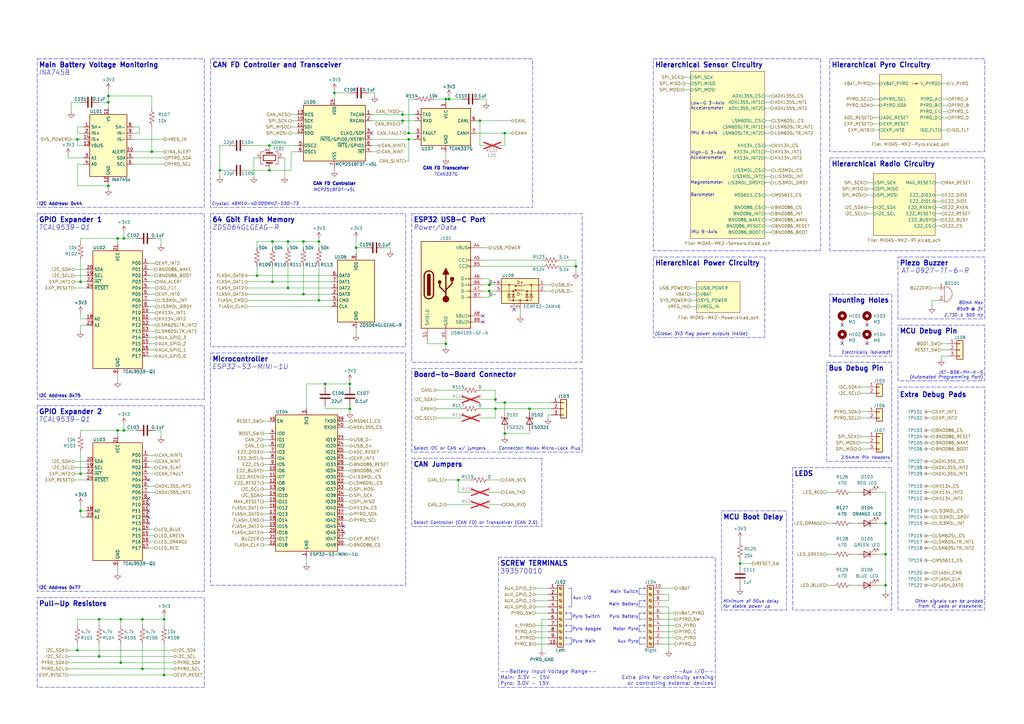
<source format=kicad_sch>
(kicad_sch (version 20231120) (generator "eeschema") (generator_version "8.0")
  (paper "A3")
  (title_block (title "MIDAS MK2") (date "2024-11-29") (rev "A") (company "Illinois Space Society") (comment 3 "Rishan Patel, Sahir Pagey, Karan Annam, Tony Wang, Beckett Veatch, Karan Sharma") (comment 4 "Contributors: Thomas McManamen, Bryce Mikos, Aaron Adaya, Griffin Kelley, Gary Kanyuh, "))
  (lib_symbols
    (symbol "Connector:Screw_Terminal_01x10" (pin_names (offset 1.016) hide)
      (property "Reference" "J" (at 0 12.7 0))
      (property "Value" "Screw_Terminal_01x10" (at 0 -15.24 0))
      (symbol "Screw_Terminal_01x10_1_1"
        (pin passive line (at -5.08 10.16 0) (length 3.81) (name "Pin_1") (number "1"))
        (pin passive line (at -5.08 -12.7 0) (length 3.81) (name "Pin_10") (number "10"))
        (pin passive line (at -5.08 7.62 0) (length 3.81) (name "Pin_2") (number "2"))
        (pin passive line (at -5.08 5.08 0) (length 3.81) (name "Pin_3") (number "3"))
        (pin passive line (at -5.08 2.54 0) (length 3.81) (name "Pin_4") (number "4"))
        (pin passive line (at -5.08 0 0) (length 3.81) (name "Pin_5") (number "5"))
        (pin passive line (at -5.08 -2.54 0) (length 3.81) (name "Pin_6") (number "6"))
        (pin passive line (at -5.08 -5.08 0) (length 3.81) (name "Pin_7") (number "7"))
        (pin passive line (at -5.08 -7.62 0) (length 3.81) (name "Pin_8") (number "8"))
        (pin passive line (at -5.08 -10.16 0) (length 3.81) (name "Pin_9") (number "9"))
      )
    )
    (symbol "Connector:TestPoint_Small" (pin_numbers hide) (pin_names (offset 0.762) hide)
      (property "Reference" "TP" (at 0 3.81 0))
      (property "Value" "TestPoint_Small" (at 0 2.032 0))
      (symbol "TestPoint_Small_1_1"
        (pin passive line (at 0 0 90) (length 0) (name "1") (number "1"))
      )
    )
    (symbol "Connector:USB_C_Receptacle_USB2.0" (pin_names (offset 1.016))
      (property "Reference" "J101" (at 0 22.86 0))
      (property "Value" "USB4105-GF-A" (at 0 20.32 0))
      (symbol "USB_C_Receptacle_USB2.0_1_1"
        (pin passive line (at 0 -22.86 90) (length 5.08) (name "GND") (number "A1"))
        (pin passive line (at 0 -22.86 90) (length 5.08) hide (name "GND") (number "A12"))
        (pin passive line (at 15.24 15.24 180) (length 5.08) (name "VBUS") (number "A4"))
        (pin bidirectional line (at 15.24 10.16 180) (length 5.08) (name "CC1") (number "A5"))
        (pin bidirectional line (at 15.24 2.54 180) (length 5.08) (name "D+") (number "A6"))
        (pin bidirectional line (at 15.24 -2.54 180) (length 5.08) (name "D-") (number "A7"))
        (pin bidirectional line (at 15.24 -12.7 180) (length 5.08) (name "SBU1") (number "A8"))
        (pin passive line (at 15.24 15.24 180) (length 5.08) hide (name "VBUS") (number "A9"))
        (pin passive line (at 0 -22.86 90) (length 5.08) hide (name "GND") (number "B1"))
        (pin passive line (at 0 -22.86 90) (length 5.08) hide (name "GND") (number "B12"))
        (pin passive line (at 15.24 15.24 180) (length 5.08) hide (name "VBUS") (number "B4"))
        (pin bidirectional line (at 15.24 7.62 180) (length 5.08) (name "CC2") (number "B5"))
        (pin bidirectional line (at 15.24 0 180) (length 5.08) (name "D+") (number "B6"))
        (pin bidirectional line (at 15.24 -5.08 180) (length 5.08) (name "D-") (number "B7"))
        (pin bidirectional line (at 15.24 -15.24 180) (length 5.08) (name "SBU2") (number "B8"))
        (pin passive line (at 15.24 15.24 180) (length 5.08) hide (name "VBUS") (number "B9"))
        (pin passive line (at -7.62 -22.86 90) (length 5.08) (name "SHIELD") (number "S1"))
      )
    )
    (symbol "Connector_Generic:Conn_01x02" (pin_names (offset 1.016) hide)
      (property "Reference" "J" (at 0 2.54 0))
      (property "Value" "Conn_01x02" (at 0 -5.08 0))
      (symbol "Conn_01x02_1_1"
        (pin passive line (at -5.08 0 0) (length 3.81) (name "Pin_1") (number "1"))
        (pin passive line (at -5.08 -2.54 0) (length 3.81) (name "Pin_2") (number "2"))
      )
    )
    (symbol "Connector_Generic:Conn_01x03" (pin_names (offset 1.016) hide)
      (property "Reference" "J" (at 0 5.08 0))
      (property "Value" "Conn_01x03" (at 0 -5.08 0))
      (symbol "Conn_01x03_1_1"
        (pin passive line (at -5.08 2.54 0) (length 3.81) (name "Pin_1") (number "1"))
        (pin passive line (at -5.08 0 0) (length 3.81) (name "Pin_2") (number "2"))
        (pin passive line (at -5.08 -2.54 0) (length 3.81) (name "Pin_3") (number "3"))
      )
    )
    (symbol "Device:Buzzer" (pin_names (offset 0.0254) hide)
      (property "Reference" "BZ" (at 3.81 1.27 0))
      (property "Value" "Buzzer" (at 3.81 -1.27 0))
      (symbol "Buzzer_1_1"
        (pin passive line (at -2.54 2.54 0) (length 2.54) (name "-") (number "1"))
        (pin passive line (at -2.54 -2.54 0) (length 2.54) (name "+") (number "2"))
      )
    )
    (symbol "Device:C" (pin_numbers hide) (pin_names (offset 0.254))
      (property "Reference" "C" (at 0.635 2.54 0))
      (property "Value" "C" (at 0.635 -2.54 0))
      (symbol "C_1_1"
        (pin passive line (at 0 3.81 270) (length 2.794) (name "~") (number "1"))
        (pin passive line (at 0 -3.81 90) (length 2.794) (name "~") (number "2"))
      )
    )
    (symbol "Device:Crystal_GND24" (pin_names (offset 1.016) hide)
      (property "Reference" "Y" (at 3.175 5.08 0))
      (property "Value" "Crystal_GND24" (at 3.175 3.175 0))
      (symbol "Crystal_GND24_1_1"
        (pin passive line (at -3.81 0 0) (length 1.27) (name "1") (number "1"))
        (pin passive line (at 0 5.08 270) (length 1.27) (name "2") (number "2"))
        (pin passive line (at 3.81 0 180) (length 1.27) (name "3") (number "3"))
        (pin passive line (at 0 -5.08 90) (length 1.27) (name "4") (number "4"))
      )
    )
    (symbol "Device:D_TVS" (pin_numbers hide) (pin_names (offset 1.016) hide)
      (property "Reference" "D101" (at 0 6.35 0))
      (property "Value" "D_TVS" (at 0 3.81 0))
      (symbol "D_TVS_1_1"
        (pin passive line (at -3.81 0 0) (length 2.54) (name "A1") (number "1"))
        (pin passive line (at 3.81 0 180) (length 2.54) (name "A2") (number "2"))
      )
    )
    (symbol "Device:LED" (pin_numbers hide) (pin_names (offset 1.016) hide)
      (property "Reference" "D" (at 0 2.54 0))
      (property "Value" "LED" (at 0 -2.54 0))
      (symbol "LED_1_1"
        (pin passive line (at -3.81 0 0) (length 2.54) (name "K") (number "1"))
        (pin passive line (at 3.81 0 180) (length 2.54) (name "A") (number "2"))
      )
    )
    (symbol "Device:R_US" (pin_numbers hide) (pin_names (offset 0))
      (property "Reference" "R" (at 2.54 0 90))
      (property "Value" "R_US" (at -2.54 0 90))
      (symbol "R_US_1_1"
        (pin passive line (at 0 3.81 270) (length 1.27) (name "~") (number "1"))
        (pin passive line (at 0 -3.81 90) (length 1.27) (name "~") (number "2"))
      )
    )
    (symbol "GND_1" (power) (pin_numbers hide) (pin_names (offset 0) hide)
      (property "Value" "GND" (at 0 -3.81 0))
      (symbol "GND_1_1_1"
        (pin power_in line (at 0 0 270) (length 0) (name "~") (number "1"))
      )
    )
    (symbol "Graphic:SYM_Arrow_Tiny" (in_bom no) (on_board no))
    (symbol "Interface_CAN_LIN:TCAN337G"
      (property "Reference" "U107" (at -10.16 8.89 0))
      (property "Value" "TCAN337G" (at 1.27 -8.89 0))
      (symbol "TCAN337G_1_1"
        (pin input line (at -12.7 5.08 0) (length 2.54) (name "TXD") (number "1"))
        (pin power_in line (at 0 -10.16 90) (length 2.54) (name "GND") (number "2"))
        (pin power_in line (at 0 10.16 270) (length 2.54) (name "VCC") (number "3"))
        (pin tri_state line (at -12.7 2.54 0) (length 2.54) (name "RXD") (number "4"))
        (pin open_collector line (at -12.7 -2.54 0) (length 2.54) (name "FAULT") (number "5"))
        (pin bidirectional line (at 12.7 2.54 180) (length 2.54) (name "CANL") (number "6"))
        (pin bidirectional line (at 12.7 -2.54 180) (length 2.54) (name "CANH") (number "7"))
        (pin input line (at -12.7 -5.08 0) (length 2.54) (name "S") (number "8"))
      )
    )
    (symbol "Interface_CAN_Microchip:MCP2518FDT-xSL" (pin_names (offset 0.254))
      (property "Reference" "U" (at -11.43 12.7 0))
      (property "Value" "MCP2518FDT-xSL" (at 10.16 -12.7 0))
      (symbol "MCP2518FDT-xSL_1_1"
        (pin output line (at 15.24 7.62 180) (length 2.54) (name "TXCAN") (number "1"))
        (pin input line (at -15.24 5.08 0) (length 2.54) (name "SCK") (number "10"))
        (pin input line (at -15.24 2.54 0) (length 2.54) (name "SDI") (number "11"))
        (pin output line (at -15.24 0 0) (length 2.54) (name "SDO") (number "12"))
        (pin input line (at -15.24 7.62 0) (length 2.54) (name "NCS") (number "13"))
        (pin power_in line (at 0 13.97 270) (length 2.54) (name "VDD") (number "14"))
        (pin input line (at 15.24 5.08 180) (length 2.54) (name "RXCAN") (number "2"))
        (pin output line (at 15.24 0 180) (length 2.54) (name "CLKO/SOF") (number "3"))
        (pin output line (at 15.24 -7.62 180) (length 2.54) (name "~{INT}") (number "4"))
        (pin output line (at -15.24 -5.08 0) (length 2.54) (name "OSC2") (number "5"))
        (pin input line (at -15.24 -7.62 0) (length 2.54) (name "OSC1") (number "6"))
        (pin power_in line (at 0 -13.97 90) (length 2.54) (name "VSS") (number "7"))
        (pin bidirectional line (at 15.24 -5.08 180) (length 2.54) (name "~{INT1}/GPIO1") (number "8"))
        (pin bidirectional line (at 15.24 -2.54 180) (length 2.54) (name "~{INT0}/GPIO0/XSTBY") (number "9"))
      )
    )
    (symbol "Interface_Expander_Texas:TCAL9539-Q1"
      (property "Reference" "U" (at -10.16 24.13 0))
      (property "Value" "TCAL9539-Q1" (at 10.16 24.765 0))
      (symbol "TCAL9539-Q1_1_1"
        (pin bidirectional line (at 12.7 17.78 180) (length 2.54) (name "P00") (number "1"))
        (pin bidirectional line (at 12.7 -2.54 180) (length 2.54) (name "P10") (number "10"))
        (pin bidirectional line (at 12.7 -5.08 180) (length 2.54) (name "P11") (number "11"))
        (pin bidirectional line (at 12.7 -7.62 180) (length 2.54) (name "P12") (number "12"))
        (pin bidirectional line (at 12.7 -10.16 180) (length 2.54) (name "P13") (number "13"))
        (pin bidirectional line (at 12.7 -12.7 180) (length 2.54) (name "P14") (number "14"))
        (pin bidirectional line (at 12.7 -15.24 180) (length 2.54) (name "P15") (number "15"))
        (pin bidirectional line (at 12.7 -17.78 180) (length 2.54) (name "P16") (number "16"))
        (pin bidirectional line (at 12.7 -20.32 180) (length 2.54) (name "P17") (number "17"))
        (pin input line (at -12.7 -5.08 0) (length 2.54) (name "A0") (number "18"))
        (pin input line (at -12.7 12.7 0) (length 2.54) (name "SCL") (number "19"))
        (pin bidirectional line (at 12.7 15.24 180) (length 2.54) (name "P01") (number "2"))
        (pin bidirectional line (at -12.7 15.24 0) (length 2.54) (name "SDA") (number "20"))
        (pin power_in line (at 0 25.4 270) (length 2.54) (name "VCC") (number "21"))
        (pin output line (at -12.7 10.16 0) (length 2.54) (name "~{INT}") (number "22"))
        (pin input line (at -12.7 -7.62 0) (length 2.54) (name "A1") (number "23"))
        (pin input line (at -12.7 7.62 0) (length 2.54) (name "~{RESET}") (number "24"))
        (pin passive line (at 0 -27.94 90) (length 2.54) hide (name "GND") (number "25"))
        (pin bidirectional line (at 12.7 12.7 180) (length 2.54) (name "P02") (number "3"))
        (pin input line (at 12.7 10.16 180) (length 2.54) (name "P03") (number "4"))
        (pin bidirectional line (at 12.7 7.62 180) (length 2.54) (name "P04") (number "5"))
        (pin bidirectional line (at 12.7 5.08 180) (length 2.54) (name "P05") (number "6"))
        (pin bidirectional line (at 12.7 2.54 180) (length 2.54) (name "P06") (number "7"))
        (pin bidirectional line (at 12.7 0 180) (length 2.54) (name "P07") (number "8"))
        (pin power_in line (at 0 -27.94 90) (length 2.54) (name "GND") (number "9"))
      )
    )
    (symbol "Mechanical:MountingHole_Pad" (pin_numbers hide) (pin_names (offset 1.016) hide)
      (property "Reference" "H" (at 0 6.35 0))
      (property "Value" "MountingHole_Pad" (at 0 4.445 0))
      (symbol "MountingHole_Pad_1_1"
        (pin input line (at 0 -2.54 90) (length 2.54) (name "1") (number "1"))
      )
    )
    (symbol "Memory_Flash_Zetta:ZDSD64GLGEAG-R"
      (property "Reference" "U" (at -6.35 13.97 0))
      (property "Value" "ZDSD64GLGEAG-R" (at 10.16 -13.97 0))
      (symbol "ZDSD64GLGEAG-R_1_1"
        (pin bidirectional line (at -10.16 1.27 0) (length 2.54) (name "DAT2") (number "1"))
        (pin bidirectional line (at -10.16 -1.27 0) (length 2.54) (name "DAT3") (number "2"))
        (pin input line (at -10.16 -6.35 0) (length 2.54) (name "CLK") (number "3"))
        (pin power_in line (at 0 -15.24 90) (length 2.54) (name "GND") (number "4"))
        (pin input line (at -10.16 -3.81 0) (length 2.54) (name "CMD") (number "5"))
        (pin bidirectional line (at -10.16 6.35 0) (length 2.54) (name "DAT0") (number "6"))
        (pin bidirectional line (at -10.16 3.81 0) (length 2.54) (name "DAT1") (number "7"))
        (pin power_in line (at 0 15.24 270) (length 2.54) (name "VDD") (number "8"))
      )
    )
    (symbol "Power_Protection:ECMF02-2AMX6" (pin_names (offset 0.0254) hide)
      (property "Reference" "U" (at 0 10.16 0))
      (property "Value" "ECMF02-2AMX6" (at 0 7.62 0))
      (symbol "ECMF02-2AMX6_0_1"
        (text "D+" (at 0 3.556 0) (effects (font (size 1.27 1.27))))
        (text "D-" (at 0 -1.27 0) (effects (font (size 1.27 1.27))))
      )
      (symbol "ECMF02-2AMX6_1_1"
        (pin passive line (at -10.16 2.54 0) (length 2.54) (name "D+_in") (number "1"))
        (pin passive line (at -10.16 0 0) (length 2.54) (name "D-_in") (number "2"))
        (pin power_in line (at 0 -7.62 90) (length 2.54) (name "GND") (number "3"))
        (pin free line (at 2.54 -7.62 90) (length 2.54) (name "NC") (number "4"))
        (pin passive line (at 10.16 0 180) (length 2.54) (name "D-_out") (number "5"))
        (pin passive line (at 10.16 2.54 180) (length 2.54) (name "D+_out") (number "6"))
      )
    )
    (symbol "RF_Module:ESP32-S3-MINI-1U"
      (property "Reference" "U" (at -11.43 29.21 0))
      (property "Value" "ESP32-S3-MINI-1U" (at 12.7 29.21 0))
      (symbol "ESP32-S3-MINI-1U_1_1"
        (pin power_in line (at 0 -30.48 90) (length 2.54) (name "GND") (number "1"))
        (pin bidirectional line (at -15.24 5.08 0) (length 2.54) (name "IO6") (number "10"))
        (pin bidirectional line (at -15.24 2.54 0) (length 2.54) (name "IO7") (number "11"))
        (pin bidirectional line (at -15.24 0 0) (length 2.54) (name "IO8") (number "12"))
        (pin bidirectional line (at -15.24 -2.54 0) (length 2.54) (name "IO9") (number "13"))
        (pin bidirectional line (at -15.24 -5.08 0) (length 2.54) (name "IO10") (number "14"))
        (pin bidirectional line (at -15.24 -7.62 0) (length 2.54) (name "IO11") (number "15"))
        (pin bidirectional line (at -15.24 -10.16 0) (length 2.54) (name "IO12") (number "16"))
        (pin bidirectional line (at -15.24 -12.7 0) (length 2.54) (name "IO13") (number "17"))
        (pin bidirectional line (at -15.24 -15.24 0) (length 2.54) (name "IO14") (number "18"))
        (pin bidirectional line (at -15.24 -17.78 0) (length 2.54) (name "IO15") (number "19"))
        (pin passive line (at 0 -30.48 90) (length 2.54) hide (name "GND") (number "2"))
        (pin bidirectional line (at -15.24 -20.32 0) (length 2.54) (name "IO16") (number "20"))
        (pin bidirectional line (at -15.24 -22.86 0) (length 2.54) (name "IO17") (number "21"))
        (pin bidirectional line (at -15.24 -25.4 0) (length 2.54) (name "IO18") (number "22"))
        (pin bidirectional line (at 15.24 17.78 180) (length 2.54) (name "IO19") (number "23"))
        (pin bidirectional line (at 15.24 15.24 180) (length 2.54) (name "IO20") (number "24"))
        (pin bidirectional line (at 15.24 12.7 180) (length 2.54) (name "IO21") (number "25"))
        (pin bidirectional line (at 15.24 10.16 180) (length 2.54) (name "IO26") (number "26"))
        (pin bidirectional line (at 15.24 -22.86 180) (length 2.54) (name "IO47") (number "27"))
        (pin bidirectional line (at 15.24 7.62 180) (length 2.54) (name "IO33") (number "28"))
        (pin bidirectional line (at 15.24 5.08 180) (length 2.54) (name "IO34") (number "29"))
        (pin power_in line (at 0 30.48 270) (length 2.54) (name "3V3") (number "3"))
        (pin bidirectional line (at 15.24 -25.4 180) (length 2.54) (name "IO48") (number "30"))
        (pin bidirectional line (at 15.24 2.54 180) (length 2.54) (name "IO35") (number "31"))
        (pin bidirectional line (at 15.24 0 180) (length 2.54) (name "IO36") (number "32"))
        (pin bidirectional line (at 15.24 -2.54 180) (length 2.54) (name "IO37") (number "33"))
        (pin bidirectional line (at 15.24 -5.08 180) (length 2.54) (name "IO38") (number "34"))
        (pin bidirectional line (at 15.24 -7.62 180) (length 2.54) (name "IO39") (number "35"))
        (pin bidirectional line (at 15.24 -10.16 180) (length 2.54) (name "IO40") (number "36"))
        (pin bidirectional line (at 15.24 -12.7 180) (length 2.54) (name "IO41") (number "37"))
        (pin bidirectional line (at 15.24 -15.24 180) (length 2.54) (name "IO42") (number "38"))
        (pin bidirectional line (at 15.24 25.4 180) (length 2.54) (name "TXD0") (number "39"))
        (pin bidirectional line (at -15.24 20.32 0) (length 2.54) (name "IO0") (number "4"))
        (pin bidirectional line (at 15.24 22.86 180) (length 2.54) (name "RXD0") (number "40"))
        (pin bidirectional line (at 15.24 -17.78 180) (length 2.54) (name "IO45") (number "41"))
        (pin passive line (at 0 -30.48 90) (length 2.54) hide (name "GND") (number "42"))
        (pin passive line (at 0 -30.48 90) (length 2.54) hide (name "GND") (number "43"))
        (pin bidirectional line (at 15.24 -20.32 180) (length 2.54) (name "IO46") (number "44"))
        (pin input line (at -15.24 25.4 0) (length 2.54) (name "EN") (number "45"))
        (pin passive line (at 0 -30.48 90) (length 2.54) hide (name "GND") (number "46"))
        (pin passive line (at 0 -30.48 90) (length 2.54) hide (name "GND") (number "47"))
        (pin passive line (at 0 -30.48 90) (length 2.54) hide (name "GND") (number "48"))
        (pin passive line (at 0 -30.48 90) (length 2.54) hide (name "GND") (number "49"))
        (pin bidirectional line (at -15.24 17.78 0) (length 2.54) (name "IO1") (number "5"))
        (pin passive line (at 0 -30.48 90) (length 2.54) hide (name "GND") (number "50"))
        (pin passive line (at 0 -30.48 90) (length 2.54) hide (name "GND") (number "51"))
        (pin passive line (at 0 -30.48 90) (length 2.54) hide (name "GND") (number "52"))
        (pin passive line (at 0 -30.48 90) (length 2.54) hide (name "GND") (number "53"))
        (pin passive line (at 0 -30.48 90) (length 2.54) hide (name "GND") (number "54"))
        (pin passive line (at 0 -30.48 90) (length 2.54) hide (name "GND") (number "55"))
        (pin passive line (at 0 -30.48 90) (length 2.54) hide (name "GND") (number "56"))
        (pin passive line (at 0 -30.48 90) (length 2.54) hide (name "GND") (number "57"))
        (pin passive line (at 0 -30.48 90) (length 2.54) hide (name "GND") (number "58"))
        (pin passive line (at 0 -30.48 90) (length 2.54) hide (name "GND") (number "59"))
        (pin bidirectional line (at -15.24 15.24 0) (length 2.54) (name "IO2") (number "6"))
        (pin passive line (at 0 -30.48 90) (length 2.54) hide (name "GND") (number "60"))
        (pin passive line (at 0 -30.48 90) (length 2.54) hide (name "GND") (number "61"))
        (pin passive line (at 0 -30.48 90) (length 2.54) hide (name "GND") (number "62"))
        (pin passive line (at 0 -30.48 90) (length 2.54) hide (name "GND") (number "63"))
        (pin passive line (at 0 -30.48 90) (length 2.54) hide (name "GND") (number "64"))
        (pin passive line (at 0 -30.48 90) (length 2.54) hide (name "GND") (number "65"))
        (pin bidirectional line (at -15.24 12.7 0) (length 2.54) (name "IO3") (number "7"))
        (pin bidirectional line (at -15.24 10.16 0) (length 2.54) (name "IO4") (number "8"))
        (pin bidirectional line (at -15.24 7.62 0) (length 2.54) (name "IO5") (number "9"))
      )
    )
    (symbol "Sensor_Power_Texas:INA745x"
      (property "Reference" "U" (at -7.112 13.97 0))
      (property "Value" "INA745x" (at 5.08 -13.97 0))
      (symbol "INA745x_1_1"
        (pin output line (at -10.16 7.62 0) (length 2.54) (name "SH+") (number "1"))
        (pin output line (at 10.16 -2.54 180) (length 2.54) (name "ALERT") (number "10"))
        (pin power_in line (at 0 15.24 270) (length 2.54) (name "VS") (number "11"))
        (pin power_out line (at 0 -15.24 90) (length 2.54) (name "GND") (number "12"))
        (pin input line (at -10.16 0 0) (length 2.54) (name "VBUS") (number "13"))
        (pin input line (at -10.16 2.54 0) (length 2.54) (name "IS+") (number "14"))
        (pin input line (at -10.16 5.08 0) (length 2.54) (name "IN+") (number "2"))
        (pin input line (at -10.16 -5.08 0) (length 2.54) (name "A1") (number "3"))
        (pin input line (at -10.16 -7.62 0) (length 2.54) (name "A0") (number "4"))
        (pin bidirectional line (at 10.16 -5.08 180) (length 2.54) (name "SDA") (number "5"))
        (pin input line (at 10.16 -7.62 180) (length 2.54) (name "SCL") (number "6"))
        (pin input line (at 10.16 2.54 180) (length 2.54) (name "IS-") (number "7"))
        (pin output line (at 10.16 7.62 180) (length 2.54) (name "SH-") (number "8"))
        (pin input line (at 10.16 5.08 180) (length 2.54) (name "IN-") (number "9"))
      )
    )
    (symbol "power:+3V3" (power) (pin_names (offset 0))
      (property "Value" "+3V3" (at 0 3.556 0))
      (symbol "+3V3_1_1"
        (pin power_in line (at 0 0 90) (length 0) hide (name "+3V3") (number "1"))
      )
    )
    (symbol "power:Earth" (power) (pin_numbers hide) (pin_names (offset 0) hide)
      (property "Value" "Earth" (at 0 -3.81 0))
      (symbol "Earth_1_1"
        (pin power_in line (at 0 0 270) (length 0) (name "~") (number "1"))
      )
    )
    (symbol "power:GND" (power) (pin_names (offset 0))
      (property "Value" "GND" (at 0 -3.81 0))
      (symbol "GND_1_1"
        (pin power_in line (at 0 0 270) (length 0) hide (name "GND") (number "1"))
      )
    )
  )
  (junction (at 167.64 57.15))
  (junction (at 207.01 177.8))
  (junction (at 33.02 194.31))
  (junction (at 165.1 49.53))
  (junction (at 33.02 209.55))
  (junction (at 33.02 115.57))
  (junction (at 137.16 38.1))
  (junction (at 31.75 266.7))
  (junction (at 40.64 269.24))
  (junction (at 207.01 165.1))
  (junction (at 187.96 196.85))
  (junction (at 207.01 54.61))
  (junction (at 111.76 99.06))
  (junction (at 44.45 39.37))
  (junction (at 363.22 214.63))
  (junction (at 48.26 176.53))
  (junction (at 49.53 254))
  (junction (at 143.51 157.48))
  (junction (at 118.11 118.11))
  (junction (at 48.26 97.79))
  (junction (at 124.46 99.06))
  (junction (at 62.23 62.23))
  (junction (at 363.22 240.03))
  (junction (at 110.49 59.69))
  (junction (at 105.41 113.03))
  (junction (at 44.45 41.91))
  (junction (at 130.81 99.06))
  (junction (at 40.64 254))
  (junction (at 236.22 109.22))
  (junction (at 90.17 69.85))
  (junction (at 58.42 254))
  (junction (at 303.53 231.14))
  (junction (at 167.64 54.61))
  (junction (at 50.8 97.79))
  (junction (at 200.66 119.38))
  (junction (at 111.76 115.57))
  (junction (at 118.11 99.06))
  (junction (at 49.53 271.78))
  (junction (at 31.75 57.15))
  (junction (at 146.05 101.6))
  (junction (at 58.42 274.32))
  (junction (at 67.31 276.86))
  (junction (at 124.46 120.65))
  (junction (at 165.1 46.99))
  (junction (at 130.81 123.19))
  (junction (at 196.85 49.53))
  (junction (at 133.35 157.48))
  (junction (at 143.51 167.64))
  (junction (at 110.49 69.85))
  (junction (at 44.45 76.2))
  (junction (at 182.88 40.64))
  (junction (at 67.31 254))
  (junction (at 363.22 227.33))
  (junction (at 182.88 140.97))
  (junction (at 217.17 167.64))
  (junction (at 200.66 116.84))
  (junction (at 203.2 163.83))
  (junction (at 50.8 176.53))
  (junction (at 203.2 167.64))
  (junction (at 184.15 40.64))
  (no_connect (at 140.97 218.44))
  (no_connect (at 60.96 196.85))
  (no_connect (at 60.96 204.47))
  (no_connect (at 198.12 132.08))
  (no_connect (at 60.96 214.63))
  (no_connect (at 152.4 54.61))
  (no_connect (at 355.6 140.97))
  (no_connect (at 60.96 209.55))
  (no_connect (at 60.96 212.09))
  (no_connect (at 210.82 127))
  (no_connect (at 198.12 129.54))
  (no_connect (at 60.96 207.01))
  (no_connect (at 355.6 133.35))
  (no_connect (at 345.44 133.35))
  (no_connect (at 140.97 215.9))
  (no_connect (at 345.44 140.97))
  (wire (pts (xy 379.73 204.47) (xy 382.27 204.47)))
  (wire (pts (xy 198.12 114.3) (xy 200.66 114.3)))
  (wire (pts (xy 107.95 182.88) (xy 110.49 182.88)))
  (wire (pts (xy 353.06 158.75) (xy 355.6 158.75)))
  (wire (pts (xy 379.73 168.91) (xy 382.27 168.91)))
  (wire (pts (xy 49.53 264.16) (xy 49.53 271.78)))
  (wire (pts (xy 30.48 196.85) (xy 35.56 196.85)))
  (wire (pts (xy 200.66 119.38) (xy 200.66 121.92)))
  (polyline (pts (xy 233.172 264.16) (xy 234.442 264.16)))
  (wire (pts (xy 143.51 203.2) (xy 140.97 203.2)))
  (wire (pts (xy 195.58 54.61) (xy 207.01 54.61)))
  (polyline (pts (xy 233.172 241.3) (xy 234.442 241.3)))
  (wire (pts (xy 280.67 36.83) (xy 283.21 36.83)))
  (polyline (pts (xy 233.172 259.08) (xy 234.442 259.08)))
  (wire (pts (xy 110.49 195.58) (xy 107.95 195.58)))
  (wire (pts (xy 165.1 46.99) (xy 170.18 46.99)))
  (wire (pts (xy 27.94 274.32) (xy 58.42 274.32)))
  (wire (pts (xy 33.02 97.79) (xy 48.26 97.79)))
  (wire (pts (xy 101.6 115.57) (xy 111.76 115.57)))
  (wire (pts (xy 384.81 123.19) (xy 382.27 123.19)))
  (wire (pts (xy 130.81 97.79) (xy 130.81 99.06)))
  (wire (pts (xy 224.79 170.18) (xy 226.06 170.18)))
  (wire (pts (xy 165.1 45.72) (xy 163.83 45.72)))
  (wire (pts (xy 130.81 99.06) (xy 130.81 101.6)))
  (wire (pts (xy 271.78 248.92) (xy 274.32 248.92)))
  (wire (pts (xy 29.21 41.91) (xy 33.02 41.91)))
  (wire (pts (xy 224.79 254) (xy 222.25 254)))
  (wire (pts (xy 33.02 177.8) (xy 33.02 176.53)))
  (wire (pts (xy 313.69 59.69) (xy 316.23 59.69)))
  (wire (pts (xy 33.02 185.42) (xy 33.02 194.31)))
  (wire (pts (xy 27.94 64.77) (xy 27.94 63.5)))
  (wire (pts (xy 31.75 54.61) (xy 34.29 54.61)))
  (wire (pts (xy 54.61 52.07) (xy 57.15 52.07)))
  (wire (pts (xy 146.05 134.62) (xy 146.05 137.16)))
  (wire (pts (xy 124.46 120.65) (xy 135.89 120.65)))
  (wire (pts (xy 363.22 242.57) (xy 363.22 240.03)))
  (wire (pts (xy 363.22 214.63) (xy 363.22 227.33)))
  (wire (pts (xy 143.51 157.48) (xy 143.51 158.75)))
  (wire (pts (xy 110.49 193.04) (xy 107.95 193.04)))
  (wire (pts (xy 153.67 38.1) (xy 153.67 39.37)))
  (wire (pts (xy 140.97 187.96) (xy 143.51 187.96)))
  (wire (pts (xy 110.49 60.96) (xy 110.49 59.69)))
  (wire (pts (xy 60.96 201.93) (xy 63.5 201.93)))
  (wire (pts (xy 386.08 43.18) (xy 388.62 43.18)))
  (wire (pts (xy 49.53 271.78) (xy 71.12 271.78)))
  (wire (pts (xy 143.51 198.12) (xy 140.97 198.12)))
  (wire (pts (xy 182.88 139.7) (xy 182.88 140.97)))
  (wire (pts (xy 313.69 85.09) (xy 316.23 85.09)))
  (wire (pts (xy 379.73 171.45) (xy 382.27 171.45)))
  (wire (pts (xy 313.69 52.07) (xy 316.23 52.07)))
  (wire (pts (xy 50.8 95.25) (xy 50.8 97.79)))
  (wire (pts (xy 33.02 209.55) (xy 35.56 209.55)))
  (wire (pts (xy 207.01 54.61) (xy 209.55 54.61)))
  (wire (pts (xy 110.49 208.28) (xy 107.95 208.28)))
  (wire (pts (xy 143.51 182.88) (xy 140.97 182.88)))
  (wire (pts (xy 355.6 77.47) (xy 358.14 77.47)))
  (wire (pts (xy 90.17 59.69) (xy 90.17 69.85)))
  (wire (pts (xy 60.96 133.35) (xy 63.5 133.35)))
  (wire (pts (xy 236.22 106.68) (xy 236.22 109.22)))
  (wire (pts (xy 165.1 46.99) (xy 165.1 45.72)))
  (wire (pts (xy 379.73 214.63) (xy 382.27 214.63)))
  (wire (pts (xy 165.1 50.8) (xy 163.83 50.8)))
  (wire (pts (xy 152.4 49.53) (xy 165.1 49.53)))
  (wire (pts (xy 175.26 139.7) (xy 175.26 140.97)))
  (wire (pts (xy 67.31 264.16) (xy 67.31 276.86)))
  (wire (pts (xy 166.37 54.61) (xy 167.64 54.61)))
  (polyline (pts (xy 234.442 261.62) (xy 233.172 261.62)))
  (wire (pts (xy 313.69 41.91) (xy 316.23 41.91)))
  (wire (pts (xy 27.94 269.24) (xy 40.64 269.24)))
  (wire (pts (xy 219.71 251.46) (xy 224.79 251.46)))
  (wire (pts (xy 200.66 114.3) (xy 200.66 116.84)))
  (wire (pts (xy 219.71 246.38) (xy 224.79 246.38)))
  (wire (pts (xy 110.49 177.8) (xy 107.95 177.8)))
  (wire (pts (xy 358.14 43.18) (xy 360.68 43.18)))
  (wire (pts (xy 63.5 194.31) (xy 60.96 194.31)))
  (polyline (pts (xy 262.128 248.92) (xy 262.128 246.38)))
  (wire (pts (xy 63.5 128.27) (xy 60.96 128.27)))
  (wire (pts (xy 179.07 167.64) (xy 189.23 167.64)))
  (wire (pts (xy 360.68 48.26) (xy 358.14 48.26)))
  (wire (pts (xy 58.42 254) (xy 58.42 256.54)))
  (wire (pts (xy 313.69 74.93) (xy 316.23 74.93)))
  (wire (pts (xy 363.22 214.63) (xy 359.41 214.63)))
  (wire (pts (xy 223.52 116.84) (xy 226.06 116.84)))
  (wire (pts (xy 146.05 101.6) (xy 149.86 101.6)))
  (wire (pts (xy 62.23 39.37) (xy 44.45 39.37)))
  (wire (pts (xy 60.96 199.39) (xy 63.5 199.39)))
  (wire (pts (xy 105.41 99.06) (xy 111.76 99.06)))
  (wire (pts (xy 111.76 109.22) (xy 111.76 115.57)))
  (wire (pts (xy 165.1 49.53) (xy 170.18 49.53)))
  (wire (pts (xy 67.31 252.73) (xy 67.31 254)))
  (wire (pts (xy 107.95 180.34) (xy 110.49 180.34)))
  (wire (pts (xy 271.78 241.3) (xy 276.86 241.3)))
  (wire (pts (xy 31.75 67.31) (xy 34.29 67.31)))
  (polyline (pts (xy 234.442 256.54) (xy 233.172 256.54)))
  (wire (pts (xy 383.54 80.01) (xy 386.08 80.01)))
  (wire (pts (xy 116.84 64.77) (xy 116.84 72.39)))
  (wire (pts (xy 353.06 181.61) (xy 355.6 181.61)))
  (wire (pts (xy 31.75 67.31) (xy 31.75 76.2)))
  (wire (pts (xy 58.42 274.32) (xy 71.12 274.32)))
  (wire (pts (xy 44.45 41.91) (xy 44.45 44.45)))
  (wire (pts (xy 229.87 106.68) (xy 236.22 106.68)))
  (wire (pts (xy 143.51 200.66) (xy 140.97 200.66)))
  (wire (pts (xy 379.73 176.53) (xy 382.27 176.53)))
  (wire (pts (xy 271.78 256.54) (xy 276.86 256.54)))
  (wire (pts (xy 137.16 38.1) (xy 137.16 40.64)))
  (wire (pts (xy 379.73 179.07) (xy 382.27 179.07)))
  (wire (pts (xy 110.49 59.69) (xy 101.6 59.69)))
  (wire (pts (xy 379.73 189.23) (xy 382.27 189.23)))
  (wire (pts (xy 200.66 119.38) (xy 203.2 119.38)))
  (wire (pts (xy 33.02 194.31) (xy 35.56 194.31)))
  (wire (pts (xy 110.49 213.36) (xy 107.95 213.36)))
  (wire (pts (xy 339.09 227.33) (xy 341.63 227.33)))
  (polyline (pts (xy 263.398 254) (xy 262.128 254)))
  (wire (pts (xy 386.08 53.34) (xy 388.62 53.34)))
  (wire (pts (xy 182.88 140.97) (xy 175.26 140.97)))
  (wire (pts (xy 379.73 229.87) (xy 382.27 229.87)))
  (wire (pts (xy 355.6 74.93) (xy 358.14 74.93)))
  (wire (pts (xy 67.31 254) (xy 67.31 256.54)))
  (wire (pts (xy 124.46 101.6) (xy 124.46 99.06)))
  (wire (pts (xy 383.54 74.93) (xy 386.08 74.93)))
  (wire (pts (xy 213.36 129.54) (xy 213.36 127)))
  (wire (pts (xy 44.45 39.37) (xy 44.45 41.91)))
  (wire (pts (xy 200.66 116.84) (xy 203.2 116.84)))
  (wire (pts (xy 118.11 109.22) (xy 118.11 118.11)))
  (wire (pts (xy 196.85 59.69) (xy 198.12 59.69)))
  (polyline (pts (xy 262.128 243.84) (xy 262.128 241.3)))
  (wire (pts (xy 33.02 133.35) (xy 33.02 135.89)))
  (wire (pts (xy 60.96 219.71) (xy 63.5 219.71)))
  (wire (pts (xy 283.21 125.73) (xy 285.75 125.73)))
  (wire (pts (xy 217.17 167.64) (xy 226.06 167.64)))
  (wire (pts (xy 203.2 163.83) (xy 196.85 163.83)))
  (wire (pts (xy 200.66 207.01) (xy 205.74 207.01)))
  (wire (pts (xy 219.71 261.62) (xy 224.79 261.62)))
  (wire (pts (xy 379.73 212.09) (xy 382.27 212.09)))
  (wire (pts (xy 355.6 85.09) (xy 358.14 85.09)))
  (wire (pts (xy 349.25 214.63) (xy 351.79 214.63)))
  (wire (pts (xy 48.26 97.79) (xy 48.26 100.33)))
  (wire (pts (xy 383.54 90.17) (xy 386.08 90.17)))
  (wire (pts (xy 60.96 138.43) (xy 63.5 138.43)))
  (wire (pts (xy 33.02 209.55) (xy 33.02 212.09)))
  (wire (pts (xy 58.42 254) (xy 67.31 254)))
  (wire (pts (xy 379.73 199.39) (xy 382.27 199.39)))
  (wire (pts (xy 363.22 201.93) (xy 363.22 214.63)))
  (polyline (pts (xy 234.442 259.08) (xy 234.442 256.54)))
  (wire (pts (xy 63.5 186.69) (xy 60.96 186.69)))
  (wire (pts (xy 203.2 167.64) (xy 203.2 171.45)))
  (wire (pts (xy 382.27 184.15) (xy 379.73 184.15)))
  (wire (pts (xy 133.35 157.48) (xy 143.51 157.48)))
  (wire (pts (xy 219.71 256.54) (xy 224.79 256.54)))
  (wire (pts (xy 107.95 172.72) (xy 110.49 172.72)))
  (polyline (pts (xy 262.128 241.3) (xy 263.398 241.3)))
  (wire (pts (xy 184.15 40.64) (xy 189.23 40.64)))
  (wire (pts (xy 137.16 68.58) (xy 137.16 69.85)))
  (wire (pts (xy 379.73 201.93) (xy 382.27 201.93)))
  (wire (pts (xy 119.38 49.53) (xy 121.92 49.53)))
  (wire (pts (xy 30.48 110.49) (xy 35.56 110.49)))
  (wire (pts (xy 154.94 59.69) (xy 152.4 59.69)))
  (wire (pts (xy 386.08 34.29) (xy 388.62 34.29)))
  (wire (pts (xy 355.6 184.15) (xy 353.06 184.15)))
  (wire (pts (xy 355.6 87.63) (xy 358.14 87.63)))
  (polyline (pts (xy 262.128 256.54) (xy 263.398 256.54)))
  (wire (pts (xy 31.75 57.15) (xy 34.29 57.15)))
  (wire (pts (xy 280.67 31.75) (xy 283.21 31.75)))
  (wire (pts (xy 50.8 173.99) (xy 50.8 176.53)))
  (wire (pts (xy 67.31 276.86) (xy 71.12 276.86)))
  (wire (pts (xy 363.22 227.33) (xy 363.22 240.03)))
  (wire (pts (xy 182.88 140.97) (xy 182.88 142.24)))
  (wire (pts (xy 93.98 69.85) (xy 90.17 69.85)))
  (wire (pts (xy 196.85 49.53) (xy 209.55 49.53)))
  (wire (pts (xy 152.4 62.23) (xy 154.94 62.23)))
  (wire (pts (xy 49.53 256.54) (xy 49.53 254)))
  (wire (pts (xy 63.5 146.05) (xy 60.96 146.05)))
  (wire (pts (xy 110.49 215.9) (xy 107.95 215.9)))
  (wire (pts (xy 386.08 45.72) (xy 388.62 45.72)))
  (wire (pts (xy 119.38 69.85) (xy 119.38 62.23)))
  (wire (pts (xy 152.4 57.15) (xy 167.64 57.15)))
  (wire (pts (xy 33.02 207.01) (xy 33.02 209.55)))
  (wire (pts (xy 48.26 97.79) (xy 50.8 97.79)))
  (polyline (pts (xy 262.128 261.62) (xy 263.398 261.62)))
  (wire (pts (xy 107.95 218.44) (xy 110.49 218.44)))
  (wire (pts (xy 133.35 157.48) (xy 125.73 157.48)))
  (wire (pts (xy 63.5 130.81) (xy 60.96 130.81)))
  (wire (pts (xy 182.88 40.64) (xy 182.88 41.91)))
  (wire (pts (xy 313.69 92.71) (xy 316.23 92.71)))
  (wire (pts (xy 119.38 52.07) (xy 121.92 52.07)))
  (polyline (pts (xy 234.442 254) (xy 234.442 251.46)))
  (wire (pts (xy 54.61 64.77) (xy 67.31 64.77)))
  (wire (pts (xy 167.64 54.61) (xy 167.64 40.64)))
  (wire (pts (xy 274.32 248.92) (xy 274.32 266.7)))
  (wire (pts (xy 196.85 40.64) (xy 199.39 40.64)))
  (wire (pts (xy 60.96 143.51) (xy 63.5 143.51)))
  (wire (pts (xy 140.97 223.52) (xy 143.51 223.52)))
  (wire (pts (xy 198.12 119.38) (xy 200.66 119.38)))
  (wire (pts (xy 118.11 99.06) (xy 118.11 101.6)))
  (wire (pts (xy 29.21 57.15) (xy 31.75 57.15)))
  (wire (pts (xy 283.21 123.19) (xy 285.75 123.19)))
  (wire (pts (xy 63.5 113.03) (xy 60.96 113.03)))
  (wire (pts (xy 303.53 231.14) (xy 303.53 232.41)))
  (wire (pts (xy 33.02 212.09) (xy 35.56 212.09)))
  (wire (pts (xy 217.17 167.64) (xy 217.17 168.91)))
  (wire (pts (xy 207.01 59.69) (xy 205.74 59.69)))
  (wire (pts (xy 386.08 40.64) (xy 388.62 40.64)))
  (wire (pts (xy 63.5 189.23) (xy 60.96 189.23)))
  (wire (pts (xy 339.09 240.03) (xy 341.63 240.03)))
  (wire (pts (xy 353.06 168.91) (xy 355.6 168.91)))
  (wire (pts (xy 198.12 106.68) (xy 222.25 106.68)))
  (wire (pts (xy 339.09 201.93) (xy 341.63 201.93)))
  (wire (pts (xy 30.48 194.31) (xy 33.02 194.31)))
  (wire (pts (xy 179.07 160.02) (xy 189.23 160.02)))
  (polyline (pts (xy 234.442 264.16) (xy 234.442 261.62)))
  (wire (pts (xy 313.69 95.25) (xy 316.23 95.25)))
  (wire (pts (xy 33.02 97.79) (xy 33.02 99.06)))
  (wire (pts (xy 44.45 76.2) (xy 44.45 77.47)))
  (wire (pts (xy 30.48 191.77) (xy 35.56 191.77)))
  (wire (pts (xy 118.11 99.06) (xy 124.46 99.06)))
  (wire (pts (xy 167.64 54.61) (xy 170.18 54.61)))
  (wire (pts (xy 313.69 72.39) (xy 316.23 72.39)))
  (wire (pts (xy 379.73 234.95) (xy 382.27 234.95)))
  (wire (pts (xy 33.02 106.68) (xy 33.02 115.57)))
  (wire (pts (xy 140.97 175.26) (xy 143.51 175.26)))
  (wire (pts (xy 62.23 62.23) (xy 67.31 62.23)))
  (wire (pts (xy 219.71 259.08) (xy 224.79 259.08)))
  (wire (pts (xy 110.49 69.85) (xy 101.6 69.85)))
  (wire (pts (xy 379.73 224.79) (xy 382.27 224.79)))
  (wire (pts (xy 383.54 92.71) (xy 386.08 92.71)))
  (wire (pts (xy 63.5 224.79) (xy 60.96 224.79)))
  (wire (pts (xy 379.73 240.03) (xy 382.27 240.03)))
  (wire (pts (xy 54.61 67.31) (xy 67.31 67.31)))
  (wire (pts (xy 177.8 40.64) (xy 182.88 40.64)))
  (wire (pts (xy 274.32 246.38) (xy 274.32 243.84)))
  (wire (pts (xy 143.51 180.34) (xy 140.97 180.34)))
  (wire (pts (xy 187.96 196.85) (xy 193.04 196.85)))
  (wire (pts (xy 118.11 99.06) (xy 111.76 99.06)))
  (wire (pts (xy 355.6 80.01) (xy 358.14 80.01)))
  (wire (pts (xy 353.06 179.07) (xy 355.6 179.07)))
  (wire (pts (xy 179.07 171.45) (xy 189.23 171.45)))
  (wire (pts (xy 111.76 115.57) (xy 135.89 115.57)))
  (wire (pts (xy 349.25 201.93) (xy 351.79 201.93)))
  (polyline (pts (xy 263.398 248.92) (xy 262.128 248.92)))
  (wire (pts (xy 339.09 214.63) (xy 341.63 214.63)))
  (wire (pts (xy 203.2 167.64) (xy 217.17 167.64)))
  (wire (pts (xy 358.14 34.29) (xy 360.68 34.29)))
  (wire (pts (xy 207.01 54.61) (xy 207.01 59.69)))
  (wire (pts (xy 187.96 196.85) (xy 187.96 201.93)))
  (wire (pts (xy 179.07 163.83) (xy 189.23 163.83)))
  (wire (pts (xy 353.06 161.29) (xy 355.6 161.29)))
  (wire (pts (xy 110.49 210.82) (xy 107.95 210.82)))
  (wire (pts (xy 313.69 62.23) (xy 316.23 62.23)))
  (wire (pts (xy 358.14 53.34) (xy 360.68 53.34)))
  (wire (pts (xy 195.58 49.53) (xy 196.85 49.53)))
  (wire (pts (xy 207.01 177.8) (xy 207.01 179.07)))
  (wire (pts (xy 203.2 160.02) (xy 203.2 163.83)))
  (wire (pts (xy 379.73 191.77) (xy 382.27 191.77)))
  (polyline (pts (xy 262.128 259.08) (xy 262.128 256.54)))
  (wire (pts (xy 54.61 54.61) (xy 57.15 54.61)))
  (wire (pts (xy 143.51 185.42) (xy 140.97 185.42)))
  (wire (pts (xy 143.51 205.74) (xy 140.97 205.74)))
  (wire (pts (xy 143.51 166.37) (xy 143.51 167.64)))
  (wire (pts (xy 303.53 220.98) (xy 303.53 222.25)))
  (wire (pts (xy 349.25 240.03) (xy 351.79 240.03)))
  (wire (pts (xy 107.95 198.12) (xy 110.49 198.12)))
  (wire (pts (xy 198.12 109.22) (xy 222.25 109.22)))
  (wire (pts (xy 40.64 41.91) (xy 44.45 41.91)))
  (wire (pts (xy 105.41 99.06) (xy 105.41 101.6)))
  (wire (pts (xy 313.69 44.45) (xy 316.23 44.45)))
  (wire (pts (xy 359.41 227.33) (xy 363.22 227.33)))
  (wire (pts (xy 60.96 115.57) (xy 63.5 115.57)))
  (wire (pts (xy 133.35 166.37) (xy 133.35 167.64)))
  (wire (pts (xy 60.96 110.49) (xy 63.5 110.49)))
  (wire (pts (xy 31.75 52.07) (xy 31.75 54.61)))
  (wire (pts (xy 62.23 52.07) (xy 62.23 62.23)))
  (wire (pts (xy 207.01 177.8) (xy 217.17 177.8)))
  (wire (pts (xy 119.38 69.85) (xy 110.49 69.85)))
  (wire (pts (xy 31.75 266.7) (xy 71.12 266.7)))
  (wire (pts (xy 379.73 194.31) (xy 382.27 194.31)))
  (wire (pts (xy 386.08 48.26) (xy 388.62 48.26)))
  (wire (pts (xy 135.89 123.19) (xy 130.81 123.19)))
  (wire (pts (xy 60.96 140.97) (xy 63.5 140.97)))
  (wire (pts (xy 223.52 119.38) (xy 226.06 119.38)))
  (wire (pts (xy 353.06 171.45) (xy 355.6 171.45)))
  (wire (pts (xy 167.64 66.04) (xy 167.64 57.15)))
  (wire (pts (xy 383.54 82.55) (xy 386.08 82.55)))
  (wire (pts (xy 105.41 109.22) (xy 105.41 113.03)))
  (wire (pts (xy 386.08 143.51) (xy 388.62 143.51)))
  (wire (pts (xy 119.38 54.61) (xy 121.92 54.61)))
  (wire (pts (xy 271.78 246.38) (xy 274.32 246.38)))
  (wire (pts (xy 116.84 64.77) (xy 115.57 64.77)))
  (wire (pts (xy 236.22 111.76) (xy 236.22 109.22)))
  (wire (pts (xy 388.62 146.05) (xy 386.08 146.05)))
  (wire (pts (xy 66.04 97.79) (xy 63.5 97.79)))
  (wire (pts (xy 200.66 201.93) (xy 205.74 201.93)))
  (wire (pts (xy 313.69 39.37) (xy 316.23 39.37)))
  (wire (pts (xy 151.13 38.1) (xy 153.67 38.1)))
  (wire (pts (xy 224.79 170.18) (xy 224.79 171.45)))
  (wire (pts (xy 44.45 76.2) (xy 31.75 76.2)))
  (wire (pts (xy 207.01 165.1) (xy 207.01 168.91)))
  (wire (pts (xy 34.29 52.07) (xy 31.75 52.07)))
  (wire (pts (xy 130.81 99.06) (xy 124.46 99.06)))
  (polyline (pts (xy 262.128 246.38) (xy 263.398 246.38)))
  (wire (pts (xy 140.97 190.5) (xy 143.51 190.5)))
  (wire (pts (xy 101.6 113.03) (xy 105.41 113.03)))
  (wire (pts (xy 271.78 264.16) (xy 276.86 264.16)))
  (wire (pts (xy 33.02 128.27) (xy 33.02 130.81)))
  (wire (pts (xy 125.73 228.6) (xy 125.73 231.14)))
  (wire (pts (xy 44.45 74.93) (xy 44.45 76.2)))
  (wire (pts (xy 152.4 46.99) (xy 165.1 46.99)))
  (wire (pts (xy 118.11 118.11) (xy 135.89 118.11)))
  (wire (pts (xy 104.14 64.77) (xy 105.41 64.77)))
  (wire (pts (xy 358.14 40.64) (xy 360.68 40.64)))
  (wire (pts (xy 313.69 87.63) (xy 316.23 87.63)))
  (wire (pts (xy 199.39 40.64) (xy 199.39 41.91)))
  (wire (pts (xy 196.85 160.02) (xy 203.2 160.02)))
  (wire (pts (xy 63.5 123.19) (xy 60.96 123.19)))
  (wire (pts (xy 359.41 240.03) (xy 363.22 240.03)))
  (wire (pts (xy 34.29 64.77) (xy 27.94 64.77)))
  (wire (pts (xy 200.66 101.6) (xy 198.12 101.6)))
  (wire (pts (xy 133.35 167.64) (xy 143.51 167.64)))
  (wire (pts (xy 349.25 227.33) (xy 351.79 227.33)))
  (wire (pts (xy 137.16 38.1) (xy 143.51 38.1)))
  (wire (pts (xy 48.26 232.41) (xy 48.26 234.95)))
  (wire (pts (xy 125.73 157.48) (xy 125.73 167.64)))
  (wire (pts (xy 31.75 59.69) (xy 31.75 57.15)))
  (wire (pts (xy 196.85 49.53) (xy 196.85 59.69)))
  (wire (pts (xy 27.94 266.7) (xy 31.75 266.7)))
  (wire (pts (xy 40.64 254) (xy 49.53 254)))
  (wire (pts (xy 182.88 62.23) (xy 182.88 64.77)))
  (wire (pts (xy 124.46 109.22) (xy 124.46 120.65)))
  (wire (pts (xy 386.08 146.05) (xy 386.08 147.32)))
  (polyline (pts (xy 234.442 248.92) (xy 234.442 241.3)))
  (wire (pts (xy 283.21 120.65) (xy 285.75 120.65)))
  (wire (pts (xy 133.35 158.75) (xy 133.35 157.48)))
  (wire (pts (xy 57.15 52.07) (xy 57.15 54.61)))
  (wire (pts (xy 219.71 243.84) (xy 224.79 243.84)))
  (wire (pts (xy 303.53 229.87) (xy 303.53 231.14)))
  (polyline (pts (xy 234.442 251.46) (xy 233.172 251.46)))
  (wire (pts (xy 187.96 201.93) (xy 193.04 201.93)))
  (wire (pts (xy 382.27 118.11) (xy 384.81 118.11)))
  (wire (pts (xy 363.22 201.93) (xy 359.41 201.93)))
  (wire (pts (xy 313.69 49.53) (xy 316.23 49.53)))
  (wire (pts (xy 58.42 264.16) (xy 58.42 274.32)))
  (wire (pts (xy 280.67 34.29) (xy 283.21 34.29)))
  (wire (pts (xy 58.42 254) (xy 49.53 254)))
  (wire (pts (xy 33.02 176.53) (xy 48.26 176.53)))
  (wire (pts (xy 107.95 223.52) (xy 110.49 223.52)))
  (wire (pts (xy 143.51 220.98) (xy 140.97 220.98)))
  (wire (pts (xy 229.87 109.22) (xy 236.22 109.22)))
  (wire (pts (xy 54.61 57.15) (xy 67.31 57.15)))
  (wire (pts (xy 137.16 38.1) (xy 137.16 36.83)))
  (wire (pts (xy 182.88 207.01) (xy 193.04 207.01)))
  (wire (pts (xy 30.48 113.03) (xy 35.56 113.03)))
  (wire (pts (xy 60.96 118.11) (xy 63.5 118.11)))
  (polyline (pts (xy 262.128 264.16) (xy 262.128 261.62)))
  (wire (pts (xy 313.69 54.61) (xy 316.23 54.61)))
  (wire (pts (xy 121.92 59.69) (xy 110.49 59.69)))
  (polyline (pts (xy 233.172 248.92) (xy 234.442 248.92)))
  (wire (pts (xy 121.92 62.23) (xy 119.38 62.23)))
  (wire (pts (xy 110.49 200.66) (xy 107.95 200.66)))
  (wire (pts (xy 107.95 185.42) (xy 110.49 185.42)))
  (wire (pts (xy 104.14 64.77) (xy 104.14 72.39)))
  (wire (pts (xy 140.97 195.58) (xy 143.51 195.58)))
  (wire (pts (xy 119.38 46.99) (xy 121.92 46.99)))
  (wire (pts (xy 271.78 261.62) (xy 276.86 261.62)))
  (wire (pts (xy 101.6 125.73) (xy 135.89 125.73)))
  (wire (pts (xy 30.48 189.23) (xy 35.56 189.23)))
  (wire (pts (xy 31.75 254) (xy 40.64 254)))
  (wire (pts (xy 44.45 36.83) (xy 44.45 39.37)))
  (wire (pts (xy 143.51 208.28) (xy 140.97 208.28)))
  (wire (pts (xy 271.78 254) (xy 276.86 254)))
  (wire (pts (xy 40.64 269.24) (xy 71.12 269.24)))
  (wire (pts (xy 198.12 116.84) (xy 200.66 116.84)))
  (wire (pts (xy 27.94 271.78) (xy 49.53 271.78)))
  (wire (pts (xy 35.56 133.35) (xy 33.02 133.35)))
  (wire (pts (xy 283.21 118.11) (xy 285.75 118.11)))
  (wire (pts (xy 160.02 101.6) (xy 160.02 102.87)))
  (wire (pts (xy 313.69 64.77) (xy 316.23 64.77)))
  (wire (pts (xy 207.01 176.53) (xy 207.01 177.8)))
  (polyline (pts (xy 263.398 243.84) (xy 262.128 243.84)))
  (wire (pts (xy 184.15 40.64) (xy 182.88 40.64)))
  (wire (pts (xy 203.2 165.1) (xy 203.2 163.83)))
  (wire (pts (xy 303.53 240.03) (xy 303.53 241.3)))
  (wire (pts (xy 203.2 165.1) (xy 207.01 165.1)))
  (wire (pts (xy 146.05 101.6) (xy 146.05 104.14)))
  (wire (pts (xy 101.6 123.19) (xy 130.81 123.19)))
  (wire (pts (xy 48.26 153.67) (xy 48.26 156.21)))
  (wire (pts (xy 184.15 39.37) (xy 184.15 40.64)))
  (wire (pts (xy 165.1 50.8) (xy 165.1 49.53)))
  (wire (pts (xy 60.96 217.17) (xy 63.5 217.17)))
  (wire (pts (xy 40.64 264.16) (xy 40.64 269.24)))
  (wire (pts (xy 31.75 264.16) (xy 31.75 266.7)))
  (wire (pts (xy 379.73 219.71) (xy 382.27 219.71)))
  (wire (pts (xy 90.17 69.85) (xy 90.17 72.39)))
  (wire (pts (xy 313.69 69.85) (xy 316.23 69.85)))
  (wire (pts (xy 143.51 210.82) (xy 140.97 210.82)))
  (wire (pts (xy 101.6 120.65) (xy 124.46 120.65)))
  (wire (pts (xy 219.71 248.92) (xy 224.79 248.92)))
  (wire (pts (xy 40.64 254) (xy 40.64 256.54)))
  (wire (pts (xy 200.66 196.85) (xy 205.74 196.85)))
  (wire (pts (xy 157.48 101.6) (xy 160.02 101.6)))
  (wire (pts (xy 313.69 90.17) (xy 316.23 90.17)))
  (wire (pts (xy 34.29 59.69) (xy 31.75 59.69)))
  (wire (pts (xy 50.8 97.79) (xy 55.88 97.79)))
  (wire (pts (xy 219.71 264.16) (xy 224.79 264.16)))
  (polyline (pts (xy 263.398 264.16) (xy 262.128 264.16)))
  (wire (pts (xy 383.54 87.63) (xy 386.08 87.63)))
  (wire (pts (xy 33.02 130.81) (xy 35.56 130.81)))
  (wire (pts (xy 140.97 172.72) (xy 143.51 172.72)))
  (wire (pts (xy 31.75 256.54) (xy 31.75 254)))
  (wire (pts (xy 50.8 176.53) (xy 55.88 176.53)))
  (wire (pts (xy 379.73 181.61) (xy 382.27 181.61)))
  (wire (pts (xy 182.88 196.85) (xy 187.96 196.85)))
  (wire (pts (xy 167.64 40.64) (xy 170.18 40.64)))
  (wire (pts (xy 313.69 80.01) (xy 316.23 80.01)))
  (wire (pts (xy 271.78 251.46) (xy 276.86 251.46)))
  (polyline (pts (xy 263.398 259.08) (xy 262.128 259.08)))
  (wire (pts (xy 196.85 167.64) (xy 203.2 167.64)))
  (wire (pts (xy 303.53 231.14) (xy 308.61 231.14)))
  (wire (pts (xy 66.04 97.79) (xy 66.04 100.33)))
  (wire (pts (xy 101.6 118.11) (xy 118.11 118.11)))
  (wire (pts (xy 140.97 193.04) (xy 143.51 193.04)))
  (wire (pts (xy 196.85 171.45) (xy 203.2 171.45)))
  (wire (pts (xy 29.21 41.91) (xy 29.21 45.72)))
  (wire (pts (xy 33.02 115.57) (xy 35.56 115.57)))
  (wire (pts (xy 383.54 85.09) (xy 386.08 85.09)))
  (wire (pts (xy 358.14 50.8) (xy 360.68 50.8)))
  (wire (pts (xy 105.41 113.03) (xy 135.89 113.03)))
  (wire (pts (xy 62.23 44.45) (xy 62.23 39.37)))
  (wire (pts (xy 379.73 237.49) (xy 382.27 237.49)))
  (wire (pts (xy 382.27 123.19) (xy 382.27 125.73)))
  (wire (pts (xy 167.64 57.15) (xy 170.18 57.15)))
  (wire (pts (xy 143.51 157.48) (xy 143.51 156.21)))
  (wire (pts (xy 60.96 125.73) (xy 63.5 125.73)))
  (wire (pts (xy 111.76 99.06) (xy 111.76 101.6)))
  (wire (pts (xy 66.04 176.53) (xy 66.04 179.07)))
  (wire (pts (xy 207.01 165.1) (xy 226.06 165.1)))
  (wire (pts (xy 27.94 276.86) (xy 67.31 276.86)))
  (polyline (pts (xy 233.172 254) (xy 234.442 254)))
  (wire (pts (xy 143.51 213.36) (xy 140.97 213.36)))
  (wire (pts (xy 60.96 120.65) (xy 63.5 120.65)))
  (wire (pts (xy 217.17 177.8) (xy 217.17 176.53)))
  (wire (pts (xy 30.48 115.57) (xy 33.02 115.57)))
  (wire (pts (xy 48.26 176.53) (xy 48.26 179.07)))
  (wire (pts (xy 110.49 205.74) (xy 107.95 205.74)))
  (wire (pts (xy 63.5 107.95) (xy 60.96 107.95)))
  (wire (pts (xy 107.95 187.96) (xy 110.49 187.96)))
  (wire (pts (xy 107.95 220.98) (xy 110.49 220.98)))
  (wire (pts (xy 110.49 69.85) (xy 110.49 68.58)))
  (wire (pts (xy 200.66 121.92) (xy 198.12 121.92)))
  (wire (pts (xy 146.05 97.79) (xy 146.05 101.6)))
  (wire (pts (xy 271.78 243.84) (xy 274.32 243.84)))
  (wire (pts (xy 166.37 66.04) (xy 167.64 66.04)))
  (wire (pts (xy 60.96 135.89) (xy 63.5 135.89)))
  (wire (pts (xy 50.8 176.53) (xy 48.26 176.53)))
  (polyline (pts (xy 262.128 251.46) (xy 263.398 251.46)))
  (wire (pts (xy 143.51 167.64) (xy 143.51 168.91)))
  (wire (pts (xy 54.61 62.23) (xy 62.23 62.23)))
  (wire (pts (xy 66.04 176.53) (xy 63.5 176.53)))
  (wire (pts (xy 271.78 259.08) (xy 276.86 259.08)))
  (wire (pts (xy 130.81 109.22) (xy 130.81 123.19)))
  (wire (pts (xy 386.08 140.97) (xy 388.62 140.97)))
  (wire (pts (xy 219.71 241.3) (xy 224.79 241.3)))
  (polyline (pts (xy 262.128 254) (xy 262.128 251.46)))
  (wire (pts (xy 30.48 118.11) (xy 35.56 118.11)))
  (wire (pts (xy 63.5 191.77) (xy 60.96 191.77)))
  (wire (pts (xy 379.73 209.55) (xy 382.27 209.55)))
  (wire (pts (xy 379.73 222.25) (xy 382.27 222.25)))
  (wire (pts (xy 110.49 203.2) (xy 107.95 203.2)))
  (wire (pts (xy 60.96 222.25) (xy 63.5 222.25)))
  (wire (pts (xy 93.98 59.69) (xy 90.17 59.69)))
  (wire (pts (xy 222.25 254) (xy 222.25 266.7)))
  (wire (pts (xy 107.95 190.5) (xy 110.49 190.5)))
  (rectangle (start 368.3 105.41) (end 403.86 130.81) (stroke (width 0) (type dash)))
  (rectangle (start 168.91 87.63) (end 238.76 148.59) (stroke (width 0) (type dash)))
  (rectangle (start 86.36 144.78) (end 166.37 240.03) (stroke (width 0) (type dash)))
  (rectangle (start 340.36 64.77) (end 403.86 102.87) (stroke (width 0) (type dash)))
  (rectangle (start 15.24 166.37) (end 83.82 242.57) (stroke (width 0) (type dash)))
  (rectangle (start 340.36 24.13) (end 403.86 62.23) (stroke (width 0) (type dash)))
  (rectangle (start 168.91 187.96) (end 222.25 215.9) (stroke (width 0) (type dash)))
  (rectangle (start 204.47 228.6) (end 293.37 281.94) (stroke (width 0) (type dash)))
  (rectangle (start 267.97 24.13) (end 336.55 102.87) (stroke (width 0) (type dash)))
  (rectangle (start 368.3 158.75) (end 403.86 250.19) (stroke (width 0) (type dash)))
  (rectangle (start 325.12 191.77) (end 365.76 250.19) (stroke (width 0) (type dash)))
  (rectangle (start 375.285 252.095) (end 375.285 252.095))
  (rectangle (start 168.91 151.13) (end 238.76 185.42) (stroke (width 0) (type dash)))
  (rectangle (start 86.36 87.63) (end 166.37 142.24) (stroke (width 0) (type dash)))
  (rectangle (start 340.36 120.65) (end 365.76 146.05) (stroke (width 0) (type dash)))
  (rectangle (start 15.24 245.11) (end 83.82 281.94) (stroke (width 0) (type dash)))
  (rectangle (start 15.24 87.63) (end 83.82 163.83) (stroke (width 0) (type dash)))
  (rectangle (start 267.97 105.41) (end 313.69 138.43) (stroke (width 0) (type dash)))
  (rectangle (start 374.015 252.095) (end 374.015 252.095))
  (rectangle (start 15.24 24.13) (end 83.82 85.09) (stroke (width 0) (type dash)))
  (rectangle (start 327.66 208.28) (end 327.66 208.28))
  (rectangle (start 295.91 209.55) (end 322.58 250.19) (stroke (width 0) (type dash)))
  (rectangle (start 86.36 24.13) (end 218.44 85.09) (stroke (width 0) (type dash)))
  (rectangle (start 368.3 133.35) (end 403.86 156.21) (stroke (width 0) (type dash)))
  (rectangle (start 339.09 148.59) (end 365.76 189.23) (stroke (width 0) (type dash)))
  (text "IMU 6-Axis" (at 283.21 55.372 0) (effects (font (size 1.27 1.27)) (justify left bottom)))
  (text "Minimum of 50us delay\nfor stable power up\n" (at 296.545 249.555 0) (effects (font (size 1.27 1.27) (italic yes)) (justify left bottom)))
  (text "Microcontroller" (at 86.995 148.59 0) (effects (font (size 2 2) (bold yes)) (justify left bottom)))
  (text "(Global 3V3 flag power outputs inside)" (at 306.705 137.795 0) (effects (font (size 1.27 1.27) (italic yes)) (justify right bottom)))
  (text "-" (at 263.398 249.809 0) (effects (font (size 1.27 1.27)) (justify left bottom)))
  (text "+" (at 231.394 262.509 0) (effects (font (size 1.27 1.27)) (justify left bottom)))
  (text "Main Battery Voltage Monitoring" (at 15.875 27.94 0) (effects (font (size 2 2) (thickness 0.4) (bold yes)) (justify left bottom)))
  (text "GPIO Expander 2\n" (at 15.875 170.18 0) (effects (font (size 2 2) (thickness 0.4) (bold yes)) (justify left bottom)))
  (text "TCAN337G" (at 182.88 72.39 0) (effects (font (size 1.27 1.27) (italic yes)) (justify bottom)))
  (text "-" (at 263.398 265.049 0) (effects (font (size 1.27 1.27)) (justify left bottom)))
  (text "Pyro Switch" (at 234.696 253.746 0) (effects (font (size 1.27 1.27)) (justify left bottom)))
  (text "+" (at 263.398 242.189 0) (effects (font (size 1.27 1.27)) (justify left bottom)))
  (text "Hierarchical Radio Circuitry" (at 340.995 68.58 0) (effects (font (size 2 2) (bold yes)) (justify left bottom)))
  (text "Aux I/O" (at 234.95 245.364 0) (effects (font (size 1.27 1.27)) (justify left)))
  (text "Hierarchical Power Circuitry" (at 268.605 109.22 0) (effects (font (size 2 2) (bold yes)) (justify left bottom)))
  (text "ESP32 USB-C Port\n" (at 169.545 91.44 0) (effects (font (size 2 2) (thickness 0.4) (bold yes)) (justify left bottom)))
  (text "--Aux I/O--\nExtra pins for continuity sensing\nor controlling external devices" (at 292.735 281.305 0) (effects (font (size 1.5 1.5)) (justify right bottom)))
  (text "Low-G 3-Axis\nAccelerometer" (at 283.21 45.212 0) (effects (font (size 1.27 1.27)) (justify left bottom)))
  (text "Electrically isolated!" (at 365.125 145.415 0) (effects (font (size 1.27 1.27) (italic yes)) (justify right bottom)))
  (text "Hierarchical Pyro Circuitry" (at 340.995 27.94 0) (effects (font (size 2 2) (bold yes)) (justify left bottom)))
  (text "CAN FD Controller and Transceiver" (at 86.995 27.94 0) (effects (font (size 2 2) (thickness 0.4) (bold yes)) (justify left bottom)))
  (text "LEDS" (at 325.755 195.58 0) (effects (font (size 2 2) (thickness 0.4) (bold yes)) (justify left bottom)))
  (text "+" (at 263.398 262.509 0) (effects (font (size 1.27 1.27)) (justify left bottom)))
  (text "64 Gbit Flash Memory\n" (at 86.995 91.44 0) (effects (font (size 2 2) (bold yes)) (justify left bottom)))
  (text "2.54mm Pin Headers" (at 365.125 188.595 0) (effects (font (size 1.27 1.27) (italic yes)) (justify right bottom)))
  (text "Mounting Holes" (at 340.995 124.46 0) (effects (font (size 2 2) (thickness 0.4) (bold yes)) (justify left bottom)))
  (text "(Automated Programming Port)" (at 403.225 155.575 0) (effects (font (size 1.27 1.27) (italic yes)) (justify right bottom)))
  (text "-" (at 263.398 244.729 0) (effects (font (size 1.27 1.27)) (justify left bottom)))
  (text "I2C Address: 0x44" (at 15.875 84.455 0) (effects (font (size 1.27 1.27) (thickness 0.254) (bold yes)) (justify left bottom)))
  (text "+" (at 263.398 257.429 0) (effects (font (size 1.27 1.27)) (justify left bottom)))
  (text "+" (at 233.172 252.349 0) (effects (font (size 1.27 1.27)) (justify right bottom)))
  (text "MCU Debug Pin\n\n" (at 368.935 140.335 0) (effects (font (size 2 2) (thickness 0.4) (bold yes)) (justify left bottom)))
  (text "I2C Address 0x75\n" (at 15.875 163.195 0) (effects (font (size 1.27 1.27) (thickness 0.254) (bold yes)) (justify left bottom)))
  (text "Aux Pyro" (at 261.874 263.906 0) (effects (font (size 1.27 1.27)) (justify right bottom)))
  (text "393570010" (at 205.105 235.585 0) (effects (font (size 2 2)) (justify left bottom)))
  (text "+" (at 231.394 257.429 0) (effects (font (size 1.27 1.27)) (justify left bottom)))
  (text "CAN Jumpers" (at 169.545 191.77 0) (effects (font (size 2 2) (thickness 0.4) (bold yes)) (justify left bottom)))
  (text "Hierarchical Sensor Circuitry" (at 268.605 27.94 0) (effects (font (size 2 2) (bold yes)) (justify left bottom)))
  (text "Power/Data" (at 169.545 94.615 0) (effects (font (size 2 2) (italic yes)) (justify left bottom)))
  (text "ESP32-S3-MINI-1U" (at 86.995 151.765 0) (effects (font (size 2 2) (italic yes)) (justify left bottom)))
  (text "+" (at 263.398 247.269 0) (effects (font (size 1.27 1.27)) (justify left bottom)))
  (text "IMU 9-Axis" (at 283.21 96.012 0) (effects (font (size 1.27 1.27)) (justify left bottom)))
  (text "Pyro Main" (at 234.696 263.906 0) (effects (font (size 1.27 1.27)) (justify left bottom)))
  (text "CAN FD Transceiver\n" (at 182.88 69.85 0) (effects (font (size 1.27 1.27) (thickness 0.4) (bold yes)) (justify bottom)))
  (text "-" (at 263.398 259.969 0) (effects (font (size 1.27 1.27)) (justify left bottom)))
  (text "2,730 ± 500 Hz" (at 403.225 130.175 0) (effects (font (size 1.27 1.27) (italic yes)) (justify right bottom)))
  (text "CAN FD Controller\n" (at 137.16 76.2 0) (effects (font (size 1.27 1.27) (thickness 0.4) (bold yes)) (justify bottom)))
  (text "Pyro Battery" (at 261.874 253.746 0) (effects (font (size 1.27 1.27)) (justify right bottom)))
  (text "Extra Debug Pads\n" (at 368.935 163.195 0) (effects (font (size 2 2) (thickness 0.4) (bold yes)) (justify left bottom)))
  (text "JST-B3B-PH-K-S" (at 403.225 153.67 0) (effects (font (size 1.27 1.27) (italic yes)) (justify right bottom)))
  (text "MCU Boot Delay" (at 296.545 213.36 0) (effects (font (size 2 2) (thickness 0.4) (bold yes)) (justify left bottom)))
  (text "-" (at 231.394 259.969 0) (effects (font (size 1.27 1.27)) (justify left bottom)))
  (text "Pyro Apogee" (at 234.696 258.826 0) (effects (font (size 1.27 1.27)) (justify left bottom)))
  (text "Select Controller (CAN FD) or Transceiver (CAN 2.0)" (at 169.545 215.265 0) (effects (font (size 1.27 1.27)) (justify left bottom)))
  (text "Crystal: ABM10-40.000MHZ-D30-T3" (at 122.555 84.455 0) (effects (font (size 1.27 1.27) (italic yes)) (justify right bottom)))
  (text "80mA Max" (at 403.225 125.095 0) (effects (font (size 1.27 1.27) (italic yes)) (justify right bottom)))
  (text "-" (at 233.172 254.889 0) (effects (font (size 1.27 1.27)) (justify right bottom)))
  (text "GPIO Expander 1\n" (at 15.875 91.44 0) (effects (font (size 2 2) (thickness 0.4) (bold yes)) (justify left bottom)))
  (text "MCP2518FDT-xSL" (at 137.16 78.74 0) (effects (font (size 1.27 1.27) (italic yes)) (justify bottom)))
  (text "I2C Address 0x77" (at 15.875 241.935 0) (effects (font (size 1.27 1.27) (thickness 0.254) (bold yes)) (justify left bottom)))
  (text "Barometer" (at 283.21 80.772 0) (effects (font (size 1.27 1.27)) (justify left bottom)))
  (text "-" (at 263.398 254.889 0) (effects (font (size 1.27 1.27)) (justify left bottom)))
  (text "Pull-Up Resistors" (at 15.875 248.92 0) (effects (font (size 2 2) (thickness 0.4) (bold yes)) (justify left bottom)))
  (text "--Battery Input Voltage Range--\nMain: 3.3V - 15V\nPyro: 3.0V - 15V" (at 205.105 281.305 0) (effects (font (size 1.5 1.5)) (justify left bottom)))
  (text "SCREW TERMINALS\n\n" (at 205.105 235.585 0) (effects (font (size 2 2) (thickness 0.4) (bold yes)) (justify left bottom)))
  (text "Main Battery" (at 261.874 248.666 0) (effects (font (size 1.27 1.27)) (justify right bottom)))
  (text "ZDSD64GLGEAG-R" (at 86.995 94.615 0) (effects (font (size 2 2) (italic yes)) (justify left bottom)))
  (text "TCAL9539-Q1\n" (at 15.875 173.355 0) (effects (font (size 2 2) (italic yes)) (justify left bottom)))
  (text "High-G 3-Axis\nAccelerometer" (at 283.21 65.532 0) (effects (font (size 1.27 1.27)) (justify left bottom)))
  (text "Select I2C or CAN w/ jumpers" (at 169.545 184.785 0) (effects (font (size 1.27 1.27)) (justify left bottom)))
  (text "-" (at 231.394 265.049 0) (effects (font (size 1.27 1.27)) (justify left bottom)))
  (text "+" (at 263.398 252.349 0) (effects (font (size 1.27 1.27)) (justify left bottom)))
  (text "INA745B\n" (at 15.875 31.115 0) (effects (font (size 2 2) (italic yes)) (justify left bottom)))
  (text "85dB @ 3V" (at 403.225 127.635 0) (effects (font (size 1.27 1.27) (italic yes)) (justify right bottom)))
  (text "AT-0927-TT-6-R" (at 369.57 112.395 0) (effects (font (size 2 2) (italic yes)) (justify left bottom)))
  (text "Main Switch" (at 261.874 243.586 0) (effects (font (size 1.27 1.27)) (justify right bottom)))
  (text "Bus Debug Pin\n\n" (at 339.725 155.575 0) (effects (font (size 2 2) (thickness 0.4) (bold yes)) (justify left bottom)))
  (text "TCAL9539-Q1\n" (at 15.875 94.615 0) (effects (font (size 2 2) (italic yes)) (justify left bottom)))
  (text "Connector: Molex Micro-Lock Plus" (at 238.125 184.785 0) (effects (font (size 1.27 1.27) (italic yes)) (justify right bottom)))
  (text "Piezo Buzzer\n" (at 368.935 109.22 0) (effects (font (size 2 2) (thickness 0.4) (bold yes)) (justify left bottom)))
  (text "Other signals can be probed\nfrom IC pads or elsewhere." (at 403.225 249.555 0) (effects (font (size 1.27 1.27) (italic yes)) (justify right bottom)))
  (text "Motor Pyro" (at 261.874 258.826 0) (effects (font (size 1.27 1.27)) (justify right bottom)))
  (text "Magnetometer" (at 283.21 75.692 0) (effects (font (size 1.27 1.27)) (justify left bottom)))
  (text "Board-to-Board Connector" (at 169.545 154.94 0) (effects (font (size 2 2) (thickness 0.4) (bold yes)) (justify left bottom)))
  (label "D+" (at 200.66 116.84 0))
  (label "D-" (at 200.66 121.92 0))
  (hierarchical_label "I2C_SDA" (shape bidirectional) (at 30.48 189.23 180))
  (hierarchical_label "RESET_SW" (shape input) (at 107.95 172.72 180))
  (hierarchical_label "CAN_2" (shape output) (at 182.88 207.01 180))
  (hierarchical_label "BNO086_CS" (shape output) (at 143.51 223.52 0))
  (hierarchical_label "I2C_SCL" (shape input) (at 355.6 87.63 180))
  (hierarchical_label "EXP_INT2" (shape output) (at 30.48 194.31 180))
  (hierarchical_label "ADXL355_INT2" (shape output) (at 316.23 44.45 0))
  (hierarchical_label "KX134_CS" (shape output) (at 143.51 208.28 0))
  (hierarchical_label "SPI_SCK" (shape output) (at 143.51 203.2 0))
  (hierarchical_label "RESET_SW" (shape output) (at 308.61 231.14 0))
  (hierarchical_label "LED_RED" (shape output) (at 63.5 224.79 0))
  (hierarchical_label "V_PYRO" (shape output) (at 388.62 34.29 0))
  (hierarchical_label "LSM6DSLTR_INT1" (shape input) (at 63.5 135.89 0))
  (hierarchical_label "VREG_IN" (shape output) (at 67.31 57.15 0))
  (hierarchical_label "LSM6DSLTR_INT2" (shape input) (at 63.5 133.35 0))
  (hierarchical_label "CANH" (shape bidirectional) (at 179.07 167.64 180))
  (hierarchical_label "E22_DIO3" (shape bidirectional) (at 386.08 80.01 0))
  (hierarchical_label "LSM6DSLTR_INT1" (shape output) (at 316.23 52.07 0))
  (hierarchical_label "AUX_GPIO_3" (shape bidirectional) (at 219.71 241.3 180))
  (hierarchical_label "EXP_INT1" (shape input) (at 382.27 168.91 0))
  (hierarchical_label "CAN_1" (shape input) (at 182.88 196.85 180))
  (hierarchical_label "EXP_RESET" (shape output) (at 143.51 220.98 0))
  (hierarchical_label "FLASH_CLK" (shape input) (at 382.27 237.49 0))
  (hierarchical_label "KX134_INT1" (shape input) (at 63.5 128.27 0))
  (hierarchical_label "V_PYRO" (shape input) (at 276.86 261.62 0))
  (hierarchical_label "BNO086_RESET" (shape output) (at 382.27 179.07 0))
  (hierarchical_label "V_PYRO" (shape input) (at 219.71 256.54 180))
  (hierarchical_label "LIS3MDL_INT" (shape output) (at 316.23 72.39 0))
  (hierarchical_label "USB_POWER" (shape input) (at 283.21 118.11 180))
  (hierarchical_label "CAN_SLNT" (shape output) (at 63.5 191.77 0))
  (hierarchical_label "BUZZER" (shape output) (at 107.95 220.98 180))
  (hierarchical_label "EXP_INT1" (shape input) (at 143.51 187.96 0))
  (hierarchical_label "BNO086_RESET" (shape output) (at 143.51 190.5 0))
  (hierarchical_label "BNO086_INT" (shape input) (at 143.51 193.04 0))
  (hierarchical_label "LSM6DSLTR_INT1" (shape input) (at 382.27 222.25 0))
  (hierarchical_label "PYRO_SCL" (shape input) (at 353.06 171.45 180))
  (hierarchical_label "LIS3MDL_DRDY" (shape output) (at 316.23 74.93 0))
  (hierarchical_label "LED_ORANGE" (shape output) (at 63.5 222.25 0))
  (hierarchical_label "FLASH_CLK" (shape input) (at 101.6 125.73 180))
  (hierarchical_label "MS5611_CS" (shape input) (at 382.27 229.87 0))
  (hierarchical_label "KX134_CS" (shape input) (at 382.27 199.39 0))
  (hierarchical_label "PYRO_A" (shape input) (at 388.62 40.64 0))
  (hierarchical_label "KX134_INT2" (shape output) (at 316.23 64.77 0))
  (hierarchical_label "LED_BLUE" (shape input) (at 339.09 240.03 180))
  (hierarchical_label "PYRO_SCL" (shape bidirectional) (at 71.12 274.32 0))
  (hierarchical_label "AUX_GPIO_1" (shape bidirectional) (at 219.71 246.38 180))
  (hierarchical_label "CAN_RXD" (shape output) (at 163.83 50.8 180))
  (hierarchical_label "EXP_INT0" (shape input) (at 63.5 120.65 0))
  (hierarchical_label "LIS3MDL_CS" (shape input) (at 316.23 69.85 0))
  (hierarchical_label "ISO_FLT" (shape output) (at 388.62 53.34 0))
  (hierarchical_label "EXP_INT2" (shape input) (at 63.5 107.95 0))
  (hierarchical_label "VBAT" (shape output) (at 276.86 241.3 0))
  (hierarchical_label "VBAT_PYRO" (shape input) (at 358.14 34.29 180))
  (hierarchical_label "I2C_SCL" (shape bidirectional) (at 27.94 269.24 180))
  (hierarchical_label "INA_ALERT" (shape output) (at 67.31 62.23 0))
  (hierarchical_label "FLASH_DAT1" (shape bidirectional) (at 101.6 115.57 180))
  (hierarchical_label "I2C_SDA" (shape bidirectional) (at 107.95 203.2 180))
  (hierarchical_label "SPI_MISO" (shape output) (at 280.67 34.29 180))
  (hierarchical_label "ADXL355_INT1" (shape output) (at 316.23 41.91 0))
  (hierarchical_label "USB_D+" (shape bidirectional) (at 143.51 182.88 0))
  (hierarchical_label "SPI_MISO" (shape output) (at 355.6 77.47 180))
  (hierarchical_label "LSM6DSL_CS" (shape input) (at 316.23 49.53 0))
  (hierarchical_label "VBAT_PYRO" (shape output) (at 276.86 251.46 0))
  (hierarchical_label "ADXL355_CS" (shape input) (at 382.27 189.23 0))
  (hierarchical_label "SPI_MOSI" (shape input) (at 355.6 80.01 180))
  (hierarchical_label "PYRO_B" (shape input) (at 388.62 43.18 0))
  (hierarchical_label "AUX_GPIO_1" (shape bidirectional) (at 63.5 143.51 0))
  (hierarchical_label "LED_GREEN" (shape input) (at 339.09 227.33 180))
  (hierarchical_label "I2C_SDA" (shape bidirectional) (at 71.12 266.7 0))
  (hierarchical_label "USB_D+" (shape bidirectional) (at 226.06 116.84 0))
  (hierarchical_label "LIS3MDL_DRDY" (shape input) (at 63.5 125.73 0))
  (hierarchical_label "PYRO_C" (shape output) (at 276.86 259.08 0))
  (hierarchical_label "PYRO_SW" (shape output) (at 276.86 254 0))
  (hierarchical_label "E22_RESET" (shape output) (at 107.95 198.12 180))
  (hierarchical_label "PYRO_SDA" (shape bidirectional) (at 27.94 271.78 180))
  (hierarchical_label "VBAT" (shape input) (at 283.21 120.65 180))
  (hierarchical_label "E22_DIO1" (shape bidirectional) (at 107.95 187.96 180))
  (hierarchical_label "PYRO_C" (shape input) (at 388.62 45.72 0))
  (hierarchical_label "PYRO_SDA" (shape bidirectional) (at 71.12 271.78 0))
  (hierarchical_label "PYRO_SCL" (shape input) (at 67.31 67.31 0))
  (hierarchical_label "FLASH_CMD" (shape input) (at 101.6 123.19 180))
  (hierarchical_label "I2C_SDA" (shape bidirectional) (at 179.07 163.83 180))
  (hierarchical_label "SYS_POWER" (shape output) (at 283.21 123.19 180))
  (hierarchical_label "LSM6DSLTR_INT2" (shape input) (at 382.27 224.79 0))
  (hierarchical_label "PYRO_SDA" (shape bidirectional) (at 358.14 43.18 180))
  (hierarchical_label "AUX_GPIO_3" (shape bidirectional) (at 63.5 138.43 0))
  (hierarchical_label "MAX_RESET" (shape input) (at 386.08 74.93 0))
  (hierarchical_label "BNO086_WAKE" (shape input) (at 316.23 90.17 0))
  (hierarchical_label "I2C_SCL" (shape input) (at 30.48 191.77 180))
  (hierarchical_label "E22_RESET" (shape input) (at 386.08 87.63 0))
  (hierarchical_label "E22_RXEN" (shape output) (at 107.95 195.58 180))
  (hierarchical_label "PYRO_SDA" (shape bidirectional) (at 353.06 168.91 180))
  (hierarchical_label "MS5611_CS" (shape input) (at 316.23 80.01 0))
  (hierarchical_label "EXP_RESET" (shape input) (at 27.94 276.86 180))
  (hierarchical_label "LED_RED" (shape input) (at 339.09 201.93 180))
  (hierarchical_label "ADC_RESET" (shape output) (at 143.51 185.42 0))
  (hierarchical_label "PYRO_SCL" (shape bidirectional) (at 27.94 274.32 180))
  (hierarchical_label "PYRO_D" (shape output) (at 276.86 264.16 0))
  (hierarchical_label "ADXL355_INT2" (shape input) (at 63.5 199.39 0))
  (hierarchical_label "V_PYRO" (shape input) (at 276.86 256.54 0))
  (hierarchical_label "FLASH_CMD" (shape input) (at 382.27 234.95 0))
  (hierarchical_label "LIS3MDL_INT" (shape input) (at 382.27 214.63 0))
  (hierarchical_label "BNO086_WAKE" (shape output) (at 382.27 181.61 0))
  (hierarchical_label "FLASH_CMD" (shape output) (at 107.95 213.36 180))
  (hierarchical_label "LED_ORANGE" (shape input) (at 339.09 214.63 180))
  (hierarchical_label "FLASH_DAT2" (shape bidirectional) (at 107.95 215.9 180))
  (hierarchical_label "EXP_INT0" (shape output) (at 358.14 53.34 180))
  (hierarchical_label "ADXL355_INT2" (shape input) (at 382.27 191.77 0))
  (hierarchical_label "LIS3MDL_DRDY" (shape input) (at 382.27 212.09 0))
  (hierarchical_label "AUX_GPIO_2" (shape bidirectional) (at 219.71 243.84 180))
  (hierarchical_label "I2C_SDA" (shape bidirectional) (at 30.48 110.49 180))
  (hierarchical_label "SPI_MISO" (shape input) (at 143.51 205.74 0))
  (hierarchical_label "CAN_NINT" (shape output) (at 154.94 62.23 0))
  (hierarchical_label "CAN_NINT" (shape input) (at 63.5 189.23 0))
  (hierarchical_label "I2C_SCL" (shape input) (at 179.07 171.45 180))
  (hierarchical_label "CANH" (shape bidirectional) (at 209.55 54.61 0))
  (hierarchical_label "SYS_POWER" (shape input) (at 29.21 57.15 180))
  (hierarchical_label "SPI_MISO" (shape output) (at 353.06 184.15 180))
  (hierarchical_label "CAN_TXD" (shape input) (at 163.83 45.72 180))
  (hierarchical_label "BNO086_INT" (shape output) (at 316.23 87.63 0))
  (hierarchical_label "KX134_INT1" (shape output) (at 316.23 62.23 0))
  (hierarchical_label "EXP_INT1" (shape output) (at 30.48 115.57 180))
  (hierarchical_label "EXP_RESET" (shape input) (at 30.48 118.11 180))
  (hierarchical_label "PYRO_D" (shape input) (at 388.62 48.26 0))
  (hierarchical_label "SPI_MOSI" (shape input) (at 353.06 181.61 180))
  (hierarchical_label "SPI_MISO" (shape input) (at 119.38 52.07 180))
  (hierarchical_label "KX134_INT1" (shape input) (at 382.27 204.47 0))
  (hierarchical_label "LIS3MDL_CS" (shape input) (at 382.27 209.55 0))
  (hierarchical_label "BNO086_BOOT" (shape output) (at 382.27 184.15 0))
  (hierarchical_label "AUX_GPIO_2" (shape bidirectional) (at 63.5 140.97 0))
  (hierarchical_label "I2C_SCL" (shape output) (at 107.95 200.66 180))
  (hierarchical_label "CAN_NCS" (shape output) (at 205.74 196.85 0))
  (hierarchical_label "V_PYRO" (shape input) (at 219.71 261.62 180))
  (hierarchical_label "I2C_SCL" (shape input) (at 353.06 161.29 180))
  (hierarchical_label "LSM6DSL_CS" (shape output) (at 143.51 198.12 0))
  (hierarchical_label "LSM6DSL_CS" (shape input) (at 382.27 219.71 0))
  (hierarchical_label "EXP_RESET" (shape input) (at 30.48 196.85 180))
  (hierarchical_label "BOOT_SW" (shape output) (at 107.95 177.8 180))
  (hierarchical_label "FLASH_DAT2" (shape bidirectional) (at 101.6 118.11 180))
  (hierarchical_label "CAN_NCS" (shape input) (at 119.38 46.99 180))
  (hierarchical_label "E22_DIO3" (shape bidirectional) (at 107.95 185.42 180))
  (hierarchical_label "CAN_TXD" (shape output) (at 205.74 201.93 0))
  (hierarchical_label "BNO086_BOOT" (shape output) (at 63.5 113.03 0))
  (hierarchical_label "I2C_SCL" (shape input) (at 30.48 113.03 180))
  (hierarchical_label "E22_BUSY" (shape output) (at 386.08 90.17 0))
  (hierarchical_label "ADXL355_INT1" (shape input) (at 63.5 201.93 0))
  (hierarchical_label "E22_DIO1" (shape bidirectional) (at 386.08 82.55 0))
  (hierarchical_label "E22_RXEN" (shape input) (at 386.08 85.09 0))
  (hierarchical_label "RESET_SW" (shape input) (at 386.08 143.51 180))
  (hierarchical_label "E22_BUSY" (shape input) (at 107.95 193.04 180))
  (hierarchical_label "VREG_IN" (shape input) (at 283.21 125.73 180))
  (hierarchical_label "PYRO_A" (shape output) (at 219.71 259.08 180))
  (hierarchical_label "CANL" (shape bidirectional) (at 209.55 49.53 0))
  (hierarchical_label "SPI_MOSI" (shape input) (at 280.67 36.83 180))
  (hierarchical_label "PYRO_SW" (shape input) (at 219.71 251.46 180))
  (hierarchical_label "CAN_2" (shape input) (at 107.95 180.34 180))
  (hierarchical_label "KX134_INT2" (shape input) (at 63.5 130.81 0))
  (hierarchical_label "BOOT_SW" (shape input) (at 386.08 140.97 180))
  (hierarchical_label "ADXL355_INT1" (shape input) (at 382.27 194.31 0))
  (hierarchical_label "MAX_RESET" (shape output) (at 107.95 205.74 180))
  (hierarchical_label "KX134_CS" (shape input) (at 316.23 59.69 0))
  (hierarchical_label "FLASH_DAT0" (shape bidirectional) (at 107.95 210.82 180))
  (hierarchical_label "AUX_GPIO_0" (shape bidirectional) (at 219.71 248.92 180))
  (hierarchical_label "PYRO_SCL" (shape input) (at 358.14 40.64 180))
  (hierarchical_label "I2C_SDA" (shape bidirectional) (at 353.06 158.75 180))
  (hierarchical_label "PYRO_SCL" (shape output) (at 143.51 213.36 0))
  (hierarchical_label "CANL" (shape bidirectional) (at 179.07 160.02 180))
  (hierarchical_label "EXP_INT2" (shape input) (at 382.27 171.45 0))
  (hierarchical_label "SPI_SCK" (shape input) (at 280.67 31.75 180))
  (hierarchical_label "FLASH_DAT3" (shape bidirectional) (at 101.6 120.65 180))
  (hierarchical_label "BNO086_WAKE" (shape output) (at 63.5 110.49 0))
  (hierarchical_label "USB_D-" (shape bidirectional) (at 226.06 119.38 0))
  (hierarchical_label "E22_CS" (shape output) (at 107.95 190.5 180))
  (hierarchical_label "LED_GREEN" (shape output) (at 63.5 219.71 0))
  (hierarchical_label "USB_POWER" (shape output) (at 200.66 101.6 0))
  (hierarchical_label "CAN_1" (shape output) (at 107.95 182.88 180))
  (hierarchical_label "CAN_NINT1" (shape bidirectional) (at 63.5 186.69 0))
  (hierarchical_label "CAN_SLNT" (shape input) (at 166.37 66.04 180))
  (hierarchical_label "ADXL355_CS" (shape input) (at 316.23 39.37 0))
  (hierarchical_label "SPI_SCK" (shape input) (at 355.6 74.93 180))
  (hierarchical_label "ISO_FLT" (shape input) (at 63.5 118.11 0))
  (hierarchical_label "CAN_NINT1" (shape bidirectional) (at 154.94 59.69 0))
  (hierarchical_label "AUX_GPIO_0" (shape bidirectional) (at 63.5 146.05 0))
  (hierarchical_label "MS5611_CS" (shape output) (at 143.51 172.72 0))
  (hierarchical_label "CAN_FAULT" (shape output) (at 166.37 54.61 180))
  (hierarchical_label "SPI_MOSI" (shape output) (at 143.51 200.66 0))
  (hierarchical_label "I2C_SCL" (shape bidirectional) (at 71.12 269.24 0))
  (hierarchical_label "BNO086_RESET" (shape input) (at 316.23 92.71 0))
  (hierarchical_label "SPI_MOSI" (shape output) (at 119.38 54.61 180))
  (hierarchical_label "LIS3MDL_INT" (shape input) (at 63.5 123.19 0))
  (hierarchical_label "LSM6DSLTR_INT2" (shape output) (at 316.23 54.61 0))
  (hierarchical_label "ADXL355_CS" (shape output) (at 143.51 175.26 0))
  (hierarchical_label "I2C_SDA" (shape bidirectional) (at 355.6 85.09 180))
  (hierarchical_label "E22_CS" (shape input) (at 386.08 92.71 0))
  (hierarchical_label "LED_BLUE" (shape output) (at 63.5 217.17 0))
  (hierarchical_label "CAN_RXD" (shape input) (at 205.74 207.01 0))
  (hierarchical_label "FLASH_DAT1" (shape bidirectional) (at 107.95 208.28 180))
  (hierarchical_label "PYRO_SDA" (shape input) (at 67.31 64.77 0))
  (hierarchical_label "I2C_SDA" (shape bidirectional) (at 27.94 266.7 180))
  (hierarchical_label "FLASH_DAT0" (shape bidirectional) (at 101.6 113.03 180))
  (hierarchical_label "FLASH_CLK" (shape output) (at 107.95 223.52 180))
  (hierarchical_label "CAN_FAULT" (shape input) (at 63.5 194.31 0))
  (hierarchical_label "ADC_RESET" (shape input) (at 358.14 48.26 180))
  (hierarchical_label "KX134_INT2" (shape input) (at 382.27 201.93 0))
  (hierarchical_label "FLASH_DAT3" (shape bidirectional) (at 107.95 218.44 180))
  (hierarchical_label "LIS3MDL_CS" (shape output) (at 143.51 195.58 0))
  (hierarchical_label "INA_ALERT" (shape input) (at 63.5 115.57 0))
  (hierarchical_label "SPI_SCK" (shape input) (at 353.06 179.07 180))
  (hierarchical_label "BNO086_CS" (shape bidirectional) (at 316.23 85.09 0))
  (hierarchical_label "BNO086_BOOT" (shape input) (at 316.23 95.25 0))
  (hierarchical_label "PYRO_B" (shape output) (at 219.71 264.16 180))
  (hierarchical_label "PYRO_SDA" (shape bidirectional) (at 143.51 210.82 0))
  (hierarchical_label "USB_D-" (shape bidirectional) (at 143.51 180.34 0))
  (hierarchical_label "EXP_RESET" (shape input) (at 71.12 276.86 0))
  (hierarchical_label "BNO086_CS" (shape input) (at 382.27 176.53 0))
  (hierarchical_label "FLASH_DAT0" (shape input) (at 382.27 240.03 0))
  (hierarchical_label "BUZZER" (shape input) (at 382.27 118.11 180))
  (hierarchical_label "SPI_SCK" (shape output) (at 119.38 49.53 180))
  (hierarchical_label "EXP_RESET" (shape input) (at 358.14 50.8 180))
  (symbol (lib_id "Connector:TestPoint_Small") (at 379.73 234.95 0) (mirror y) (unit 1)
    (property "Reference" "TP120" (at 378.46 234.95 0) (effects (justify left)))
    (property "Value" "TestPoint_Small" (effects (hide yes)))
    (property "Footprint" "TestPoint:TestPoint_Pad_D1.0mm" (effects (hide yes)))
  )
  (symbol (lib_id "Device:R_US") (at 226.06 106.68 90) (unit 1)
    (property "Reference" "R123" (at 223.52 105.41 90) (effects (justify left)))
    (property "Value" "5.1k" (at 229.235 105.41 90) (effects (justify right)))
    (property "Footprint" "Resistor_SMD:R_0603_1608Metric" (effects (hide yes)))
  )
  (symbol (lib_id "Device:R_US") (at 33.02 181.61 0) (mirror x) (unit 1)
    (property "Reference" "R103" (at 31.115 182.88 0) (effects (justify right)))
    (property "Value" "10k" (at 31.115 180.34 0) (effects (justify right)))
    (property "Footprint" "Resistor_SMD:R_0603_1608Metric" (effects (hide yes)))
  )
  (symbol (lib_id "power:GND") (at 153.67 39.37 0) (unit 1)
    (property "Reference" "#PWR0126" (effects (hide yes)))
    (property "Value" "GND" (effects (hide yes)))
  )
  (symbol (lib_id "power:GND") (at 199.39 41.91 0) (unit 1)
    (property "Reference" "#PWR0131" (effects (hide yes)))
    (property "Value" "GND" (effects (hide yes)))
  )
  (symbol (lib_id "Device:R_US") (at 345.44 227.33 90) (unit 1)
    (property "Reference" "R128" (at 345.44 220.98 90))
    (property "Value" "470" (at 345.44 223.52 90))
    (property "Footprint" "Resistor_SMD:R_0603_1608Metric" (effects (hide yes)))
  )
  (symbol (lib_id "power:GND") (at 48.26 156.21 0) (unit 1)
    (property "Reference" "#PWR0108" (effects (hide yes)))
    (property "Value" "GND" (effects (hide yes)))
  )
  (symbol (lib_id "power:GND") (at 303.53 241.3 0) (unit 1)
    (property "Reference" "#PWR0139" (effects (hide yes)))
    (property "Value" "GND" (effects (hide yes)))
  )
  (symbol (lib_id "power:GND") (at 236.22 111.76 0) (unit 1)
    (property "Reference" "#PWR0136" (effects (hide yes)))
    (property "Value" "GND" (effects (hide yes)))
  )
  (symbol (lib_id "Device:R_US") (at 33.02 102.87 0) (mirror x) (unit 1)
    (property "Reference" "R102" (at 31.75 104.14 0) (effects (justify right)))
    (property "Value" "10k" (at 31.75 101.6 0) (effects (justify right)))
    (property "Footprint" "Resistor_SMD:R_0603_1608Metric" (effects (hide yes)))
  )
  (symbol (lib_id "Connector_Generic:Conn_01x02") (at 360.68 158.75 0) (unit 1)
    (property "Reference" "J105" (at 360.68 156.21 0))
    (property "Value" "Conn_01x02" (effects (hide yes)))
    (property "Footprint" "Connector_PinHeader_2.54mm:PinHeader_1x02_P2.54mm_Vertical" (effects (hide yes)))
  )
  (symbol (lib_id "power:GND") (at 125.73 231.14 0) (unit 1)
    (property "Reference" "#PWR0118" (effects (hide yes)))
    (property "Value" "GND" (effects (hide yes)))
  )
  (symbol (lib_id "Device:C") (at 193.04 40.64 270) (unit 1)
    (property "Reference" "C110" (at 186.69 39.37 90) (effects (justify left)))
    (property "Value" "0.1uF" (at 194.31 39.37 90) (effects (justify left)))
    (property "Footprint" "Capacitor_SMD:C_0603_1608Metric" (effects (hide yes)))
  )
  (symbol (lib_id "Device:R_US") (at 196.85 196.85 90) (unit 1)
    (property "Reference" "R119" (at 191.77 195.58 90))
    (property "Value" "0" (at 200.66 195.58 90))
    (property "Footprint" "Resistor_SMD:R_0603_1608Metric" (effects (hide yes)))
    (property "Description" "Resistor, US symbol" (effects (hide yes)))
  )
  (symbol (lib_id "Connector:TestPoint_Small") (at 379.73 171.45 0) (mirror y) (unit 1)
    (property "Reference" "TP102" (at 378.46 171.45 0) (effects (justify left)))
    (property "Value" "TestPoint_Small" (effects (hide yes)))
    (property "Footprint" "TestPoint:TestPoint_Pad_D1.0mm" (effects (hide yes)))
  )
  (symbol (lib_id "Device:Crystal_GND24") (at 110.49 64.77 270) (mirror x) (unit 1)
    (property "Reference" "Y101" (at 114.3 60.96 90))
    (property "Value" "40MHz" (at 114.3 58.42 90))
    (property "Footprint" "Crystal:Crystal_SMD_Abracon_ABM10-4Pin_2.5x2.0mm" (effects (hide yes)))
    (property "Datasheet" "https://abracon.com/Resonators/ABM10.pdf" (effects (hide yes)))
  )
  (symbol (lib_id "Device:C") (at 59.69 97.79 90) (unit 1)
    (property "Reference" "C102" (at 54.61 96.52 90))
    (property "Value" "0.1uF" (at 64.77 96.52 90))
    (property "Footprint" "Capacitor_SMD:C_0603_1608Metric" (effects (hide yes)))
    (property "Description" "Unpolarized capacitor" (effects (hide yes)))
  )
  (symbol (lib_id "Connector:TestPoint_Small") (at 379.73 176.53 0) (mirror y) (unit 1)
    (property "Reference" "TP103" (at 378.46 176.53 0) (effects (justify left)))
    (property "Value" "TestPoint_Small" (effects (hide yes)))
    (property "Footprint" "TestPoint:TestPoint_Pad_D1.0mm" (effects (hide yes)))
  )
  (symbol (lib_name "GND_1") (lib_id "power:GND") (at 44.45 77.47 0) (unit 1)
    (property "Reference" "#PWR0107" (effects (hide yes)))
    (property "Value" "GND" (effects (hide yes)))
    (property "Description" "Power symbol creates a global label with name \"GND\" , ground" (effects (hide yes)))
  )
  (symbol (lib_id "power:+3V3") (at 33.02 207.01 0) (unit 1)
    (property "Reference" "#PWR0105" (effects (hide yes)))
    (property "Value" "+3V3" (at 33.02 202.8769 0))
  )
  (symbol (lib_id "power:+3V3") (at 143.51 156.21 0) (unit 1)
    (property "Reference" "#PWR0122" (effects (hide yes)))
    (property "Value" "+3V3" (at 143.51 152.0769 0))
  )
  (symbol (lib_id "power:+3V3") (at 303.53 220.98 0) (unit 1)
    (property "Reference" "#PWR0138" (effects (hide yes)))
    (property "Value" "+3V3" (at 303.53 216.8469 0))
  )
  (symbol (lib_id "Device:R_US") (at 67.31 260.35 180) (unit 1)
    (property "Reference" "R108" (at 68.58 261.62 0) (effects (justify right)))
    (property "Value" "10k" (at 68.58 259.08 0) (effects (justify right)))
    (property "Footprint" "Resistor_SMD:R_0603_1608Metric" (effects (hide yes)))
  )
  (symbol (lib_id "Connector:TestPoint_Small") (at 379.73 212.09 0) (mirror y) (unit 1)
    (property "Reference" "TP114" (at 378.46 212.09 0) (effects (justify left)))
    (property "Value" "TestPoint_Small" (effects (hide yes)))
    (property "Footprint" "TestPoint:TestPoint_Pad_D1.0mm" (effects (hide yes)))
  )
  (symbol (lib_id "Device:C") (at 97.79 59.69 90) (mirror x) (unit 1)
    (property "Reference" "C104" (at 101.6 58.42 90))
    (property "Value" "22pF" (at 93.98 58.42 90))
    (property "Footprint" "Capacitor_SMD:C_0603_1608Metric" (effects (hide yes)))
  )
  (symbol (lib_id "Interface_Expander_Texas:TCAL9539-Q1") (at 48.26 125.73 0) (unit 1)
    (property "Reference" "U102" (at 38.1 101.6 0) (effects (justify left)))
    (property "Value" "TCAL9539-Q1" (at 57.15 152.4 0))
    (property "Footprint" "Package_DFN_QFN:WQFN-24-1EP_4x4mm_P0.5mm_EP2.6x2.6mm" (effects (hide yes)))
    (property "Datasheet" "https://www.ti.com/lit/ds/symlink/tcal9539-q1.pdf" (effects (hide yes)))
    (property "Description" "Automotive Low-Voltage 16-Bit I2C-Bus, SMBus I/O Expander with" (effects (hide yes)))
  )
  (symbol (lib_id "power:GND") (at 137.16 69.85 0) (unit 1)
    (property "Reference" "#PWR0121" (effects (hide yes)))
    (property "Value" "GND" (effects (hide yes)))
  )
  (symbol (lib_id "power:GND") (at 90.17 72.39 0) (mirror y) (unit 1)
    (property "Reference" "#PWR0115" (effects (hide yes)))
    (property "Value" "GND" (effects (hide yes)))
  )
  (symbol (lib_id "Mechanical:MountingHole_Pad") (at 345.44 138.43 0) (unit 1)
    (property "Reference" "H102" (at 347.98 137.2179 0) (effects (justify left)))
    (property "Value" "M3" (at 347.98 139.6421 0) (effects (justify left)))
    (property "Footprint" "MountingHole:MountingHole_3.2mm_M3_Pad_Via" (effects (hide yes)))
  )
  (symbol (lib_id "Interface_Expander_Texas:TCAL9539-Q1") (at 48.26 204.47 0) (unit 1)
    (property "Reference" "U103" (at 38.1 180.34 0) (effects (justify left)))
    (property "Value" "TCAL9539-Q1" (at 57.15 231.14 0))
    (property "Footprint" "Package_DFN_QFN:WQFN-24-1EP_4x4mm_P0.5mm_EP2.6x2.6mm" (effects (hide yes)))
    (property "Datasheet" "https://www.ti.com/lit/ds/symlink/tcal9539-q1.pdf" (effects (hide yes)))
    (property "Description" "Automotive Low-Voltage 16-Bit I2C-Bus, SMBus I/O Expander with" (effects (hide yes)))
  )
  (symbol (lib_id "Device:R_US") (at 118.11 105.41 180) (unit 1)
    (property "Reference" "R111" (at 118.745 108.585 0) (effects (justify right)))
    (property "Value" "50k" (at 118.745 101.6 0) (effects (justify right)))
    (property "Footprint" "Resistor_SMD:R_0603_1608Metric" (effects (hide yes)))
  )
  (symbol (lib_id "Connector:TestPoint_Small") (at 379.73 237.49 0) (mirror y) (unit 1)
    (property "Reference" "TP121" (at 378.46 237.49 0) (effects (justify left)))
    (property "Value" "TestPoint_Small" (effects (hide yes)))
    (property "Footprint" "TestPoint:TestPoint_Pad_D1.0mm" (effects (hide yes)))
  )
  (symbol (lib_id "Mechanical:MountingHole_Pad") (at 345.44 130.81 0) (unit 1)
    (property "Reference" "H101" (at 347.98 129.5979 0) (effects (justify left)))
    (property "Value" "M3" (at 347.98 132.0221 0) (effects (justify left)))
    (property "Footprint" "MountingHole:MountingHole_3.2mm_M3_Pad_Via" (effects (hide yes)))
  )
  (symbol (lib_id "Device:C") (at 59.69 176.53 90) (unit 1)
    (property "Reference" "C103" (at 54.61 175.26 90))
    (property "Value" "0.1uF" (at 64.77 175.26 90))
    (property "Footprint" "Capacitor_SMD:C_0603_1608Metric" (effects (hide yes)))
    (property "Description" "Unpolarized capacitor" (effects (hide yes)))
  )
  (symbol (lib_id "Device:R_US") (at 196.85 201.93 90) (unit 1) (dnp yes)
    (property "Reference" "R120" (at 191.77 200.66 90))
    (property "Value" "0" (at 200.66 200.66 90))
    (property "Footprint" "Resistor_SMD:R_0603_1608Metric" (effects (hide yes)))
    (property "Description" "Resistor, US symbol" (effects (hide yes)))
  )
  (symbol (lib_id "Interface_CAN_Microchip:MCP2518FDT-xSL") (at 137.16 54.61 0) (unit 1)
    (property "Reference" "U105" (at 127 41.91 0))
    (property "Value" "MCP2518FDT-xSL" (at 146.05 67.31 0))
    (property "Footprint" "Package_SO:SOIC-14_3.9x8.7mm_P1.27mm" (effects (hide yes)))
    (property "Datasheet" "https://ww1.microchip.com/downloads/aemDocuments/documents/OTH/ProductDocuments/DataSheets/External-CAN-FD-Controller-with-SPI-Interface-DS20006027B.pdf" (effects (hide yes)))
  )
  (symbol (lib_id "Device:C") (at 97.79 69.85 270) (mirror x) (unit 1)
    (property "Reference" "C105" (at 101.6 71.12 90))
    (property "Value" "22pF" (at 93.98 71.12 90))
    (property "Footprint" "Capacitor_SMD:C_0603_1608Metric" (effects (hide yes)))
  )
  (symbol (lib_name "GND_1") (lib_id "power:GND") (at 66.04 179.07 0) (unit 1)
    (property "Reference" "#PWR0113" (effects (hide yes)))
    (property "Value" "GND" (effects (hide yes)))
    (property "Description" "Power symbol creates a global label with name \"GND\" , ground" (effects (hide yes)))
  )
  (symbol (lib_id "power:+3V3") (at 50.8 95.25 0) (unit 1)
    (property "Reference" "#PWR0110" (effects (hide yes)))
    (property "Value" "+3V3" (at 50.8 91.1169 0))
  )
  (symbol (lib_id "Device:R_US") (at 62.23 48.26 0) (unit 1)
    (property "Reference" "R107" (at 64.77 46.9899 0) (effects (justify left)))
    (property "Value" "10k" (at 64.77 49.5299 0) (effects (justify left)))
    (property "Footprint" "Resistor_SMD:R_0603_1608Metric" (effects (hide yes)))
    (property "Description" "Resistor, US symbol" (effects (hide yes)))
  )
  (symbol (lib_id "Device:R_US") (at 130.81 105.41 180) (unit 1)
    (property "Reference" "R113" (at 131.445 108.585 0) (effects (justify right)))
    (property "Value" "50k" (at 131.445 101.6 0) (effects (justify right)))
    (property "Footprint" "Resistor_SMD:R_0603_1608Metric" (effects (hide yes)))
  )
  (symbol (lib_id "Device:R_US") (at 303.53 226.06 180) (unit 1)
    (property "Reference" "R125" (at 305.181 225.1515 0) (effects (justify right)))
    (property "Value" "20k" (at 305.181 227.9266 0) (effects (justify right)))
    (property "Footprint" "Resistor_SMD:R_0603_1608Metric" (effects (hide yes)))
  )
  (symbol (lib_id "Power_Protection:ECMF02-2AMX6") (at 213.36 119.38 0) (mirror y) (unit 1)
    (property "Reference" "U108" (at 205.74 113.03 0) (effects (justify right)))
    (property "Value" "ECMF02-2AMX6" (at 214.63 125.73 0) (effects (justify right)))
    (property "Footprint" "Package_DFN_QFN:ST_UQFN-6L_1.5x1.7mm_P0.5mm" (effects (hide yes)))
    (property "Datasheet" "https://www.st.com/resource/en/datasheet/ecmf02-2amx6.pdf" (effects (hide yes)))
  )
  (symbol (lib_id "power:+3V3") (at 130.81 97.79 0) (unit 1)
    (property "Reference" "#PWR0119" (effects (hide yes)))
    (property "Value" "+3V3" (at 130.81 93.6569 0))
  )
  (symbol (lib_id "Device:R_US") (at 173.99 40.64 270) (unit 1)
    (property "Reference" "R114" (at 168.91 39.37 90))
    (property "Value" "10k" (at 177.8 39.37 90))
    (property "Footprint" "Resistor_SMD:R_0603_1608Metric" (effects (hide yes)))
  )
  (symbol (lib_id "Device:C") (at 303.53 236.22 0) (unit 1)
    (property "Reference" "C111" (at 304.8 233.68 0) (effects (justify left)))
    (property "Value" "1uF" (at 304.8 238.76 0) (effects (justify left)))
    (property "Footprint" "Capacitor_SMD:C_0603_1608Metric" (effects (hide yes)))
  )
  (symbol (lib_id "Device:C") (at 143.51 162.56 0) (mirror x) (unit 1)
    (property "Reference" "C107" (at 148.844 161.29 0))
    (property "Value" "0.1uF" (at 148.336 164.592 0))
    (property "Footprint" "Capacitor_SMD:C_0603_1608Metric" (effects (hide yes)))
  )
  (symbol (lib_name "GND_1") (lib_id "power:GND") (at 29.21 45.72 0) (unit 1)
    (property "Reference" "#PWR0102" (effects (hide yes)))
    (property "Value" "GND" (effects (hide yes)))
    (property "Description" "Power symbol creates a global label with name \"GND\" , ground" (effects (hide yes)))
  )
  (symbol (lib_id "power:+3V3") (at 67.31 252.73 0) (unit 1)
    (property "Reference" "#PWR0114" (effects (hide yes)))
    (property "Value" "+3V3" (at 67.31 248.5969 0))
  )
  (symbol (lib_id "power:+3V3") (at 33.02 128.27 0) (unit 1)
    (property "Reference" "#PWR0103" (effects (hide yes)))
    (property "Value" "+3V3" (at 33.02 124.1369 0))
  )
  (symbol (lib_id "power:GND") (at 160.02 102.87 0) (unit 1)
    (property "Reference" "#PWR0127" (effects (hide yes)))
    (property "Value" "GND" (effects (hide yes)))
  )
  (symbol (lib_id "power:Earth") (at 222.25 266.7 0) (unit 1)
    (property "Reference" "#PWR0134" (effects (hide yes)))
    (property "Value" "PYRO_GND" (at 222.25 270.51 0))
    (property "Description" "Power symbol creates a global label with name \"Earth\"" (effects (hide yes)))
  )
  (symbol (lib_id "power:GND") (at 143.51 168.91 0) (unit 1)
    (property "Reference" "#PWR0123" (effects (hide yes)))
    (property "Value" "GND" (effects (hide yes)))
  )
  (symbol (lib_id "Connector_Generic:Conn_01x02") (at 360.68 168.91 0) (unit 1)
    (property "Reference" "J106" (at 360.68 166.37 0))
    (property "Value" "Conn_01x02" (effects (hide yes)))
    (property "Footprint" "Connector_PinHeader_2.54mm:PinHeader_1x02_P2.54mm_Vertical" (effects (hide yes)))
  )
  (symbol (lib_id "Graphic:SYM_Arrow_Tiny") (at 375.158 34.29 0) (unit 1) (exclude_from_sim yes) (in_bom no) (on_board no)
    (property "Reference" "#SYM101" (effects (hide yes)))
    (property "Value" "SYM_Arrow_Tiny" (effects (hide yes)))
  )
  (symbol (lib_id "Device:R_US") (at 40.64 260.35 180) (unit 1)
    (property "Reference" "R104" (at 41.91 261.62 0) (effects (justify right)))
    (property "Value" "4.7k" (at 41.91 259.08 0) (effects (justify right)))
    (property "Footprint" "Resistor_SMD:R_0603_1608Metric" (effects (hide yes)))
  )
  (symbol (lib_id "power:GND") (at 207.01 179.07 0) (unit 1)
    (property "Reference" "#PWR0132" (effects (hide yes)))
    (property "Value" "GND" (effects (hide yes)))
  )
  (symbol (lib_id "Mechanical:MountingHole_Pad") (at 355.6 130.81 0) (unit 1)
    (property "Reference" "H103" (at 358.14 129.5979 0) (effects (justify left)))
    (property "Value" "M3" (at 358.14 132.0221 0) (effects (justify left)))
    (property "Footprint" "MountingHole:MountingHole_3.2mm_M3_Pad_Via" (effects (hide yes)))
  )
  (symbol (lib_id "power:+3V3") (at 44.45 36.83 0) (unit 1)
    (property "Reference" "#PWR0106" (effects (hide yes)))
    (property "Value" "+3V3" (at 44.45 32.6969 0))
  )
  (symbol (lib_id "power:+3V3") (at 137.16 36.83 0) (unit 1)
    (property "Reference" "#PWR0120" (effects (hide yes)))
    (property "Value" "+3V3" (at 137.16 32.6969 0))
  )
  (symbol (lib_id "Device:C") (at 147.32 38.1 270) (unit 1)
    (property "Reference" "C108" (at 140.97 36.83 90) (effects (justify left)))
    (property "Value" "0.1uF" (at 148.59 36.83 90) (effects (justify left)))
    (property "Footprint" "Capacitor_SMD:C_0603_1608Metric" (effects (hide yes)))
  )
  (symbol (lib_id "Interface_CAN_LIN:TCAN337G") (at 182.88 52.07 0) (unit 1)
    (property "Reference" "U107" (at 172.72 60.96 0) (effects (justify left)))
    (property "Value" "TCAN337G" (at 184.15 60.96 0) (effects (justify left)))
    (property "Footprint" "Package_TO_SOT_SMD:SOT-23-8" (effects (hide yes)))
    (property "Datasheet" "http://www.ti.com/lit/ds/symlink/tcan337.pdf" (effects (hide yes)))
  )
  (symbol (lib_id "Connector:TestPoint_Small") (at 379.73 181.61 0) (mirror y) (unit 1)
    (property "Reference" "TP105" (at 378.46 181.61 0) (effects (justify left)))
    (property "Value" "TestPoint_Small" (effects (hide yes)))
    (property "Footprint" "TestPoint:TestPoint_Pad_D1.0mm" (effects (hide yes)))
  )
  (symbol (lib_id "Device:C") (at 133.35 162.56 0) (mirror x) (unit 1)
    (property "Reference" "C106" (at 138.684 161.29 0))
    (property "Value" "22uF" (at 138.176 164.592 0))
    (property "Footprint" "Capacitor_SMD:C_0603_1608Metric" (effects (hide yes)))
  )
  (symbol (lib_id "Device:R_US") (at 345.44 240.03 90) (unit 1)
    (property "Reference" "R129" (at 345.44 233.68 90))
    (property "Value" "470" (at 345.44 236.22 90))
    (property "Footprint" "Resistor_SMD:R_0603_1608Metric" (effects (hide yes)))
  )
  (symbol (lib_id "power:GND") (at 382.27 125.73 0) (unit 1)
    (property "Reference" "#PWR0141" (effects (hide yes)))
    (property "Value" "GND" (effects (hide yes)))
  )
  (symbol (lib_id "Device:LED") (at 355.6 214.63 180) (unit 1)
    (property "Reference" "D104" (at 355.6 208.28 0))
    (property "Value" "ORANGE LED" (at 355.6 210.82 0))
    (property "Footprint" "LED_SMD:LED_0603_1608Metric" (effects (hide yes)))
    (property "Datasheet" "https://www.kingbrightusa.com/images/catalog/SPEC/APTD1608LSECK-J4-PF.pdf" (effects (hide yes)))
  )
  (symbol (lib_id "Connector:TestPoint_Small") (at 379.73 240.03 0) (mirror y) (unit 1)
    (property "Reference" "TP122" (at 378.46 240.03 0) (effects (justify left)))
    (property "Value" "TestPoint_Small" (effects (hide yes)))
    (property "Footprint" "TestPoint:TestPoint_Pad_D1.0mm" (effects (hide yes)))
  )
  (symbol (lib_id "Connector_Generic:Conn_01x03") (at 360.68 181.61 0) (unit 1)
    (property "Reference" "J107" (at 360.68 176.53 0))
    (property "Footprint" "Connector_PinHeader_2.54mm:PinHeader_1x03_P2.54mm_Vertical" (effects (hide yes)))
  )
  (symbol (lib_id "power:GND") (at 274.32 266.7 0) (unit 1)
    (property "Reference" "#PWR0137" (effects (hide yes)))
    (property "Value" "GND" (effects (hide yes)))
  )
  (symbol (lib_id "power:GND") (at 48.26 234.95 0) (unit 1)
    (property "Reference" "#PWR0109" (effects (hide yes)))
    (property "Value" "GND" (effects (hide yes)))
  )
  (symbol (lib_id "Connector:TestPoint_Small") (at 379.73 204.47 0) (mirror y) (unit 1)
    (property "Reference" "TP112" (at 378.46 204.47 0) (effects (justify left)))
    (property "Value" "TestPoint_Small" (effects (hide yes)))
    (property "Footprint" "TestPoint:TestPoint_Pad_D1.0mm" (effects (hide yes)))
  )
  (symbol (lib_id "Device:LED") (at 355.6 201.93 180) (unit 1)
    (property "Reference" "D103" (at 355.6 195.58 0))
    (property "Value" "RED LED" (at 355.6 198.12 0))
    (property "Footprint" "LED_SMD:LED_0603_1608Metric" (effects (hide yes)))
    (property "Datasheet" "http://www.us.kingbright.com/images/catalog/SPEC/APT1608SURCK.pdf" (effects (hide yes)))
  )
  (symbol (lib_id "Device:R_US") (at 193.04 160.02 90) (unit 1)
    (property "Reference" "R115" (at 187.96 158.75 90))
    (property "Value" "0" (at 196.85 158.75 90))
    (property "Footprint" "Resistor_SMD:R_0603_1608Metric" (effects (hide yes)))
    (property "Description" "Resistor, US symbol" (effects (hide yes)))
  )
  (symbol (lib_id "power:GND") (at 363.22 242.57 0) (unit 1)
    (property "Reference" "#PWR0140" (effects (hide yes)))
    (property "Value" "GND" (effects (hide yes)))
  )
  (symbol (lib_name "GND_1") (lib_id "power:GND") (at 66.04 100.33 0) (unit 1)
    (property "Reference" "#PWR0112" (effects (hide yes)))
    (property "Value" "GND" (effects (hide yes)))
    (property "Description" "Power symbol creates a global label with name \"GND\" , ground" (effects (hide yes)))
  )
  (symbol (lib_id "Connector_Generic:Conn_01x03") (at 393.7 143.51 0) (unit 1)
    (property "Reference" "J108" (at 393.7 138.43 0))
    (property "Footprint" "Connector_JST:JST_PH_B3B-PH-K_1x03_P2.00mm_Vertical" (effects (hide yes)))
  )
  (symbol (lib_id "Device:R_US") (at 196.85 207.01 90) (unit 1) (dnp yes)
    (property "Reference" "R121" (at 191.77 205.74 90))
    (property "Value" "0" (at 200.66 205.74 90))
    (property "Footprint" "Resistor_SMD:R_0603_1608Metric" (effects (hide yes)))
    (property "Description" "Resistor, US symbol" (effects (hide yes)))
  )
  (symbol (lib_id "power:GND") (at 146.05 137.16 0) (unit 1)
    (property "Reference" "#PWR0125" (effects (hide yes)))
    (property "Value" "GND" (effects (hide yes)))
  )
  (symbol (lib_id "Connector:Screw_Terminal_01x10") (at 229.87 251.46 0) (unit 1)
    (property "Reference" "J102" (at 227.33 238.76 0) (effects (justify left)))
    (property "Value" "Left" (at 229.87 266.7 0))
    (property "Footprint" "Connector_Molex_Terminal-Block:Molex_Terminal-Block_393570010_1x10_P3.5mm" (effects (hide yes)))
    (property "Datasheet" "https://www.molex.com/en-us/products/part-detail/393570010" (effects (hide yes)))
  )
  (symbol (lib_id "Connector:TestPoint_Small") (at 379.73 199.39 0) (mirror y) (unit 1)
    (property "Reference" "TP110" (at 378.46 199.39 0) (effects (justify left)))
    (property "Value" "TestPoint_Small" (effects (hide yes)))
    (property "Footprint" "TestPoint:TestPoint_Pad_D1.0mm" (effects (hide yes)))
  )
  (symbol (lib_id "Device:C") (at 153.67 101.6 270) (unit 1)
    (property "Reference" "C109" (at 147.32 100.33 90) (effects (justify left)))
    (property "Value" "0.1uF" (at 154.94 100.33 90) (effects (justify left)))
    (property "Footprint" "Capacitor_SMD:C_0603_1608Metric" (effects (hide yes)))
  )
  (symbol (lib_id "Device:R_US") (at 49.53 260.35 180) (unit 1)
    (property "Reference" "R105" (at 50.8 261.62 0) (effects (justify right)))
    (property "Value" "4.7k" (at 50.8 259.08 0) (effects (justify right)))
    (property "Footprint" "Resistor_SMD:R_0603_1608Metric" (effects (hide yes)))
  )
  (symbol (lib_id "Device:D_TVS") (at 217.17 172.72 90) (unit 1)
    (property "Reference" "D102" (at 217.805 170.18 90) (effects (justify right)))
    (property "Value" "ESD321" (at 217.805 175.26 90) (effects (justify right)))
    (property "Footprint" "Diode_SMD:D_SOD-523" (effects (hide yes)))
    (property "Datasheet" "https://www.ti.com/lit/ds/symlink/esd321.pdf" (effects (hide yes)))
    (property "Description" "Unidirectional transient-voltage-suppression diode" (effects (hide yes)))
  )
  (symbol (lib_id "Connector:TestPoint_Small") (at 379.73 209.55 0) (mirror y) (unit 1)
    (property "Reference" "TP113" (at 378.46 209.55 0) (effects (justify left)))
    (property "Value" "TestPoint_Small" (effects (hide yes)))
    (property "Footprint" "TestPoint:TestPoint_Pad_D1.0mm" (effects (hide yes)))
  )
  (symbol (lib_id "Connector:TestPoint_Small") (at 379.73 229.87 0) (mirror y) (unit 1)
    (property "Reference" "TP119" (at 378.46 229.87 0) (effects (justify left)))
    (property "Value" "TestPoint_Small" (effects (hide yes)))
    (property "Footprint" "TestPoint:TestPoint_Pad_D1.0mm" (effects (hide yes)))
  )
  (symbol (lib_id "Connector:TestPoint_Small") (at 379.73 222.25 0) (mirror y) (unit 1)
    (property "Reference" "TP117" (at 378.46 222.25 0) (effects (justify left)))
    (property "Value" "TestPoint_Small" (effects (hide yes)))
    (property "Footprint" "TestPoint:TestPoint_Pad_D1.0mm" (effects (hide yes)))
  )
  (symbol (lib_id "power:GND") (at 213.36 129.54 0) (unit 1)
    (property "Reference" "#PWR0133" (effects (hide yes)))
    (property "Value" "GND" (effects (hide yes)))
  )
  (symbol (lib_id "Device:C") (at 36.83 41.91 90) (unit 1)
    (property "Reference" "C101" (at 33.02 40.64 90))
    (property "Value" "0.1uF" (at 40.64 40.64 90))
    (property "Footprint" "Capacitor_SMD:C_0603_1608Metric" (effects (hide yes)))
    (property "Description" "Unpolarized capacitor" (effects (hide yes)))
  )
  (symbol (lib_id "Device:R_US") (at 31.75 260.35 180) (unit 1)
    (property "Reference" "R101" (at 33.02 261.62 0) (effects (justify right)))
    (property "Value" "4.7k" (at 33.02 259.08 0) (effects (justify right)))
    (property "Footprint" "Resistor_SMD:R_0603_1608Metric" (effects (hide yes)))
  )
  (symbol (lib_id "Connector:TestPoint_Small") (at 379.73 191.77 0) (mirror y) (unit 1)
    (property "Reference" "TP108" (at 378.46 191.77 0) (effects (justify left)))
    (property "Value" "TestPoint_Small" (effects (hide yes)))
    (property "Footprint" "TestPoint:TestPoint_Pad_D1.0mm" (effects (hide yes)))
  )
  (symbol (lib_id "Device:D_TVS") (at 207.01 172.72 90) (unit 1)
    (property "Reference" "D101" (at 207.645 170.18 90) (effects (justify right)))
    (property "Value" "ESD321" (at 207.645 175.26 90) (effects (justify right)))
    (property "Footprint" "Diode_SMD:D_SOD-523" (effects (hide yes)))
    (property "Datasheet" "https://www.ti.com/lit/ds/symlink/esd321.pdf" (effects (hide yes)))
    (property "Description" "Unidirectional transient-voltage-suppression diode" (effects (hide yes)))
  )
  (symbol (lib_id "Connector:TestPoint_Small") (at 379.73 168.91 0) (mirror y) (unit 1)
    (property "Reference" "TP101" (at 378.46 168.91 0) (effects (justify left)))
    (property "Value" "TestPoint_Small" (effects (hide yes)))
    (property "Footprint" "TestPoint:TestPoint_Pad_D1.0mm" (effects (hide yes)))
  )
  (symbol (lib_id "Device:R_US") (at 201.93 59.69 270) (unit 1) (dnp yes)
    (property "Reference" "R122" (at 201.676 61.722 90))
    (property "Value" "120" (at 201.676 63.754 90))
    (property "Footprint" "Resistor_SMD:R_0603_1608Metric" (effects (hide yes)))
  )
  (symbol (lib_id "Connector:TestPoint_Small") (at 379.73 219.71 0) (mirror y) (unit 1)
    (property "Reference" "TP116" (at 378.46 219.71 0) (effects (justify left)))
    (property "Value" "TestPoint_Small" (effects (hide yes)))
    (property "Footprint" "TestPoint:TestPoint_Pad_D1.0mm" (effects (hide yes)))
  )
  (symbol (lib_id "Mechanical:MountingHole_Pad") (at 355.6 138.43 0) (unit 1)
    (property "Reference" "H104" (at 358.14 137.2179 0) (effects (justify left)))
    (property "Value" "M3" (at 358.14 139.6421 0) (effects (justify left)))
    (property "Footprint" "MountingHole:MountingHole_3.2mm_M3_Pad_Via" (effects (hide yes)))
  )
  (symbol (lib_id "Device:R_US") (at 124.46 105.41 180) (unit 1)
    (property "Reference" "R112" (at 125.095 108.585 0) (effects (justify right)))
    (property "Value" "50k" (at 125.095 101.6 0) (effects (justify right)))
    (property "Footprint" "Resistor_SMD:R_0603_1608Metric" (effects (hide yes)))
  )
  (symbol (lib_id "Device:Buzzer") (at 387.35 120.65 0) (unit 1)
    (property "Reference" "BZ101" (at 387.35 116.205 0) (effects (justify left)))
    (property "Value" "AT-0927-TT-6-R" (effects (hide yes)))
    (property "Footprint" "Buzzer:Buzzer_AT-0927-TT-6-R" (effects (hide yes)))
    (property "Datasheet" "https://api.puiaudio.com/file/563336a2-22a4-46b1-90d7-2afc60580aa4.pdf" (effects (hide yes)))
  )
  (symbol (lib_id "Device:R_US") (at 193.04 167.64 90) (unit 1)
    (property "Reference" "R117" (at 187.96 166.37 90))
    (property "Value" "0" (at 196.85 166.37 90))
    (property "Footprint" "Resistor_SMD:R_0603_1608Metric" (effects (hide yes)))
    (property "Description" "Resistor, US symbol" (effects (hide yes)))
  )
  (symbol (lib_id "Device:R_US") (at 345.44 214.63 90) (unit 1)
    (property "Reference" "R127" (at 345.44 208.28 90))
    (property "Value" "470" (at 345.44 210.82 90))
    (property "Footprint" "Resistor_SMD:R_0603_1608Metric" (effects (hide yes)))
  )
  (symbol (lib_id "Device:R_US") (at 193.04 171.45 90) (unit 1) (dnp yes)
    (property "Reference" "R118" (at 187.96 170.18 90))
    (property "Value" "0" (at 196.85 170.18 90))
    (property "Footprint" "Resistor_SMD:R_0603_1608Metric" (effects (hide yes)))
    (property "Description" "Resistor, US symbol" (effects (hide yes)))
  )
  (symbol (lib_id "Memory_Flash_Zetta:ZDSD64GLGEAG-R") (at 146.05 119.38 0) (unit 1)
    (property "Reference" "U106" (at 139.7 105.41 0))
    (property "Value" "ZDSD64GLGEAG-R" (at 156.21 133.35 0))
    (property "Footprint" "Package_LGA:LGA-8_8x6.2mm_P1.27mm" (effects (hide yes)))
    (property "Datasheet" "https://www.lcsc.com/datasheet/lcsc_datasheet_2410010132_Zetta-ZDSD64GLGEAG-R_C5277948.pdf" (effects (hide yes)))
    (property "Description" "64Gbit NAND Flash, SD2.0, 50MHz, LGA-8" (effects (hide yes)))
  )
  (symbol (lib_id "power:GND") (at 182.88 142.24 0) (unit 1)
    (property "Reference" "#PWR0129" (effects (hide yes)))
    (property "Value" "GND" (effects (hide yes)))
  )
  (symbol (lib_id "Device:R_US") (at 105.41 105.41 180) (unit 1)
    (property "Reference" "R109" (at 106.045 108.585 0) (effects (justify right)))
    (property "Value" "50k" (at 106.045 101.6 0) (effects (justify right)))
    (property "Footprint" "Resistor_SMD:R_0603_1608Metric" (effects (hide yes)))
  )
  (symbol (lib_id "Connector:TestPoint_Small") (at 379.73 184.15 0) (mirror y) (unit 1)
    (property "Reference" "TP106" (at 378.46 184.15 0) (effects (justify left)))
    (property "Value" "TestPoint_Small" (effects (hide yes)))
    (property "Footprint" "TestPoint:TestPoint_Pad_D1.0mm" (effects (hide yes)))
  )
  (symbol (lib_id "Device:R_US") (at 58.42 260.35 180) (unit 1)
    (property "Reference" "R106" (at 59.69 261.62 0) (effects (justify right)))
    (property "Value" "4.7k" (at 59.69 259.08 0) (effects (justify right)))
    (property "Footprint" "Resistor_SMD:R_0603_1608Metric" (effects (hide yes)))
  )
  (symbol (lib_id "Sensor_Power_Texas:INA745x") (at 44.45 59.69 0) (unit 1)
    (property "Reference" "U101" (at 36.83 45.72 0) (effects (justify left)))
    (property "Value" "INA745x" (at 45.72 73.66 0) (effects (justify left)))
    (property "Footprint" "Package_VQFN:VQFN-REL0014B" (effects (hide yes)))
    (property "Datasheet" "https://www.ti.com/lit/ds/symlink/ina745b.pdf" (effects (hide yes)))
    (property "Description" "I2C Digital Power Monitor, VQFN REL" (effects (hide yes)))
  )
  (symbol (lib_id "power:+3V3") (at 146.05 97.79 0) (unit 1)
    (property "Reference" "#PWR0124" (effects (hide yes)))
    (property "Value" "+3V3" (at 146.05 93.6569 0))
  )
  (symbol (lib_id "Device:R_US") (at 193.04 163.83 90) (unit 1) (dnp yes)
    (property "Reference" "R116" (at 187.96 162.56 90))
    (property "Value" "0" (at 196.85 162.56 90))
    (property "Footprint" "Resistor_SMD:R_0603_1608Metric" (effects (hide yes)))
    (property "Description" "Resistor, US symbol" (effects (hide yes)))
  )
  (symbol (lib_id "Connector:TestPoint_Small") (at 379.73 224.79 0) (mirror y) (unit 1)
    (property "Reference" "TP118" (at 378.46 224.79 0) (effects (justify left)))
    (property "Value" "TestPoint_Small" (effects (hide yes)))
    (property "Footprint" "TestPoint:TestPoint_Pad_D1.0mm" (effects (hide yes)))
  )
  (symbol (lib_id "Connector:TestPoint_Small") (at 379.73 189.23 0) (mirror y) (unit 1)
    (property "Reference" "TP107" (at 378.46 189.23 0) (effects (justify left)))
    (property "Value" "TestPoint_Small" (effects (hide yes)))
    (property "Footprint" "TestPoint:TestPoint_Pad_D1.0mm" (effects (hide yes)))
  )
  (symbol (lib_id "Device:R_US") (at 345.44 201.93 90) (unit 1)
    (property "Reference" "R126" (at 345.44 195.58 90))
    (property "Value" "470" (at 345.44 198.12 90))
    (property "Footprint" "Resistor_SMD:R_0603_1608Metric" (effects (hide yes)))
  )
  (symbol (lib_id "power:GND") (at 104.14 72.39 0) (mirror y) (unit 1)
    (property "Reference" "#PWR0116" (effects (hide yes)))
    (property "Value" "GND" (effects (hide yes)))
  )
  (symbol (lib_id "Connector_Generic:Conn_01x03") (at 231.14 167.64 0) (unit 1)
    (property "Reference" "J103" (at 231.14 162.56 0))
    (property "Value" "Conn_01x03" (effects (hide yes)))
    (property "Footprint" "Connector_Molex_Micro-Lock-Plus:Molex_Micro-Lock_2200980371_1x03_P1.25mm_Horizontal" (effects (hide yes)))
    (property "Datasheet" "https://www.molex.com/en-us/products/part-detail/2200980371" (effects (hide yes)))
  )
  (symbol (lib_id "Device:LED") (at 355.6 227.33 180) (unit 1)
    (property "Reference" "D105" (at 355.6 220.98 0))
    (property "Value" "GREEN LED" (at 355.6 223.52 0))
    (property "Footprint" "LED_SMD:LED_0603_1608Metric" (effects (hide yes)))
    (property "Datasheet" "https://www.kingbrightusa.com/images/catalog/SPEC/APTD1608LZGCK.pdf" (effects (hide yes)))
  )
  (symbol (lib_id "Device:R_US") (at 226.06 109.22 90) (unit 1)
    (property "Reference" "R124" (at 223.52 110.49 90) (effects (justify left)))
    (property "Value" "5.1k" (at 229.235 110.49 90) (effects (justify right)))
    (property "Footprint" "Resistor_SMD:R_0603_1608Metric" (effects (hide yes)))
  )
  (symbol (lib_id "power:GND") (at 116.84 72.39 0) (mirror y) (unit 1)
    (property "Reference" "#PWR0117" (effects (hide yes)))
    (property "Value" "GND" (effects (hide yes)))
  )
  (symbol (lib_id "power:GND") (at 386.08 147.32 0) (unit 1)
    (property "Reference" "#PWR0142" (effects (hide yes)))
    (property "Value" "GND" (effects (hide yes)))
  )
  (symbol (lib_id "power:GND") (at 182.88 64.77 0) (unit 1)
    (property "Reference" "#PWR0128" (effects (hide yes)))
    (property "Value" "GND" (effects (hide yes)))
  )
  (symbol (lib_id "Connector:TestPoint_Small") (at 379.73 214.63 0) (mirror y) (unit 1)
    (property "Reference" "TP115" (at 378.46 214.63 0) (effects (justify left)))
    (property "Value" "TestPoint_Small" (effects (hide yes)))
    (property "Footprint" "TestPoint:TestPoint_Pad_D1.0mm" (effects (hide yes)))
  )
  (symbol (lib_id "RF_Module:ESP32-S3-MINI-1U") (at 125.73 198.12 0) (unit 1)
    (property "Reference" "U104" (at 113.03 168.91 0) (effects (justify left)))
    (property "Value" "ESP32-S3-MINI-1U" (at 127 227.33 0) (effects (justify left)))
    (property "Footprint" "RF_Module:ESP32-S2-MINI-1U" (effects (hide yes)))
    (property "Datasheet" "https://www.espressif.com/sites/default/files/documentation/esp32-s3-mini-1_mini-1u_datasheet_en.pdf" (effects (hide yes)))
    (property "Description" "RF Module, ESP32-S3 SoC, Wi-Fi 802.11b/g/n, Bluetooth, BLE, 32-bit, 3.3V, SMD, external antenna" (effects (hide yes)))
  )
  (symbol (lib_id "Connector:USB_C_Receptacle_USB2.0") (at 182.88 116.84 0) (unit 1)
    (property "Reference" "J101" (at 182.88 97.79 0))
    (property "Value" "USB4105-GF-A" (at 184.785 136.525 0) (effects (justify left)))
    (property "Footprint" "Connector_USB:USB_C_Receptacle_GCT_USB4105-xx-A_16P_TopMnt_Horizontal" (effects (hide yes)))
    (property "Datasheet" "https://gct.co/connector/usb4105" (effects (hide yes)))
  )
  (symbol (lib_id "Device:R_US") (at 111.76 105.41 180) (unit 1)
    (property "Reference" "R110" (at 112.395 108.585 0) (effects (justify right)))
    (property "Value" "50k" (at 112.395 101.6 0) (effects (justify right)))
    (property "Footprint" "Resistor_SMD:R_0603_1608Metric" (effects (hide yes)))
  )
  (symbol (lib_id "Connector:TestPoint_Small") (at 379.73 194.31 0) (mirror y) (unit 1)
    (property "Reference" "TP109" (at 378.46 194.31 0) (effects (justify left)))
    (property "Value" "TestPoint_Small" (effects (hide yes)))
    (property "Footprint" "TestPoint:TestPoint_Pad_D1.0mm" (effects (hide yes)))
  )
  (symbol (lib_id "Device:LED") (at 355.6 240.03 180) (unit 1)
    (property "Reference" "D106" (at 355.6 233.68 0))
    (property "Value" "BLUE LED" (at 355.6 236.22 0))
    (property "Footprint" "LED_SMD:LED_0603_1608Metric" (effects (hide yes)))
    (property "Datasheet" "https://www.kingbrightusa.com/images/catalog/SPEC/APTD1608LVBC-D.pdf" (effects (hide yes)))
  )
  (symbol (lib_id "power:+3V3") (at 50.8 173.99 0) (unit 1)
    (property "Reference" "#PWR0111" (effects (hide yes)))
    (property "Value" "+3V3" (at 50.8 169.8569 0))
  )
  (symbol (lib_id "Connector:TestPoint_Small") (at 379.73 179.07 0) (mirror y) (unit 1)
    (property "Reference" "TP104" (at 378.46 179.07 0) (effects (justify left)))
    (property "Value" "TestPoint_Small" (effects (hide yes)))
    (property "Footprint" "TestPoint:TestPoint_Pad_D1.0mm" (effects (hide yes)))
  )
  (symbol (lib_id "power:GND") (at 224.79 171.45 0) (unit 1)
    (property "Reference" "#PWR0135" (effects (hide yes)))
    (property "Value" "GND" (effects (hide yes)))
  )
  (symbol (lib_id "power:+3V3") (at 27.94 63.5 0) (unit 1)
    (property "Reference" "#PWR0101" (effects (hide yes)))
    (property "Value" "+3V3" (at 27.94 59.3669 0))
  )
  (symbol (lib_id "power:+3V3") (at 184.15 39.37 0) (unit 1)
    (property "Reference" "#PWR0130" (effects (hide yes)))
    (property "Value" "+3V3" (at 184.15 35.56 0))
  )
  (symbol (lib_id "power:GND") (at 33.02 135.89 0) (unit 1)
    (property "Reference" "#PWR0104" (effects (hide yes)))
    (property "Value" "GND" (effects (hide yes)))
  )
  (symbol (lib_id "Connector:TestPoint_Small") (at 379.73 201.93 0) (mirror y) (unit 1)
    (property "Reference" "TP111" (at 378.46 201.93 0) (effects (justify left)))
    (property "Value" "TestPoint_Small" (effects (hide yes)))
    (property "Footprint" "TestPoint:TestPoint_Pad_D1.0mm" (effects (hide yes)))
  )
  (symbol (lib_id "Connector:Screw_Terminal_01x10") (at 266.7 254 180) (unit 1)
    (property "Reference" "J104" (at 266.827 238.76 0))
    (property "Value" "Right" (at 266.827 266.7 0))
    (property "Footprint" "Connector_Molex_Terminal-Block:Molex_Terminal-Block_393570010_1x10_P3.5mm" (effects (hide yes)))
    (property "Datasheet" "https://www.molex.com/en-us/products/part-detail/393570010" (effects (hide yes)))
  )
  (sheet (at 360.68 30.48) (size 25.4 26.67) (stroke (width 0.1524)) (fill (color 255 255 194 1.0000))
    (property "Sheetname" "Pyro Circuitry" (effects (hide yes)))
    (property "Sheetfile" "MIDAS-MK2-Pyro.kicad_sch" (at 373.38 58.42 0) (effects (justify top)))
    (pin "PYRO_C" input (at 386.08 45.72 0))
    (pin "PYRO_A" input (at 386.08 40.64 0))
    (pin "PYRO_B" input (at 386.08 43.18 0))
    (pin "VBAT_PYRO" input (at 360.68 34.29 180))
    (pin "V_PYRO" output (at 386.08 34.29 0))
    (pin "PYRO_D" input (at 386.08 48.26 0))
    (pin "PYRO_SCL" bidirectional (at 360.68 40.64 180))
    (pin "PYRO_SDA" bidirectional (at 360.68 43.18 180))
    (pin "ADC_RESET" input (at 360.68 48.26 180))
    (pin "EXP_INT0" output (at 360.68 53.34 180))
    (pin "EXP_RESET" input (at 360.68 50.8 180))
    (pin "ISO_FLT" output (at 386.08 53.34 0))
  )
  (sheet (at 283.21 29.21) (size 30.48 68.58) (stroke (width 0.1524)) (fill (color 255 255 194 1.0000))
    (property "Sheetname" "Sensors" (effects (hide yes)))
    (property "Sheetfile" "MIDAS-MK2-Sensors.kicad_sch" (at 298.45 99.06 0) (effects (justify top)))
    (pin "SPI_MOSI" input (at 283.21 36.83 180))
    (pin "SPI_MISO" output (at 283.21 34.29 180))
    (pin "SPI_SCK" input (at 283.21 31.75 180))
    (pin "KX134_CS" input (at 313.69 59.69 0))
    (pin "LIS3MDL_DRDY" output (at 313.69 74.93 0))
    (pin "LIS3MDL_INT" output (at 313.69 72.39 0))
    (pin "KX134_INT1" output (at 313.69 62.23 0))
    (pin "KX134_INT2" output (at 313.69 64.77 0))
    (pin "LSM6DSLTR_INT1" output (at 313.69 52.07 0))
    (pin "LSM6DSLTR_INT2" output (at 313.69 54.61 0))
    (pin "LIS3MDL_CS" input (at 313.69 69.85 0))
    (pin "MS5611_CS" input (at 313.69 80.01 0))
    (pin "ADXL355_CS" input (at 313.69 39.37 0))
    (pin "ADXL355_INT2" output (at 313.69 44.45 0))
    (pin "ADXL355_INT1" output (at 313.69 41.91 0))
    (pin "BNO086_CS" input (at 313.69 85.09 0))
    (pin "BNO086_BOOT" input (at 313.69 95.25 0))
    (pin "BNO086_INT" output (at 313.69 87.63 0))
    (pin "BNO086_WAKE" input (at 313.69 90.17 0))
    (pin "BNO086_RESET" input (at 313.69 92.71 0))
    (pin "LSM6DSL_CS" input (at 313.69 49.53 0))
  )
  (sheet (at 358.14 71.12) (size 25.4 25.4) (stroke (width 0.1524)) (fill (color 255 255 194 1.0000))
    (property "Sheetname" "RF" (effects (hide yes)))
    (property "Sheetfile" "MIDAS-MK2-RF.kicad_sch" (at 370.84 97.79 0) (effects (justify top)))
    (pin "I2C_SDA" bidirectional (at 358.14 85.09 180))
    (pin "SPI_MOSI" input (at 358.14 80.01 180))
    (pin "SPI_MISO" output (at 358.14 77.47 180))
    (pin "SPI_SCK" input (at 358.14 74.93 180))
    (pin "I2C_SCL" input (at 358.14 87.63 180))
    (pin "MAX_RESET" input (at 383.54 74.93 0))
    (pin "E22_DI03" bidirectional (at 383.54 80.01 0))
    (pin "E22_DI01" bidirectional (at 383.54 82.55 0))
    (pin "E22_RXEN" input (at 383.54 85.09 0))
    (pin "E22_RESET" input (at 383.54 87.63 0))
    (pin "E22_BUSY" output (at 383.54 90.17 0))
    (pin "E22_CS" input (at 383.54 92.71 0))
  )
  (sheet (at 285.75 115.57) (size 17.78 12.7) (stroke (width 0.1524)) (fill (color 255 255 194 1.0000))
    (property "Sheetname" "Power" (effects (hide yes)))
    (property "Sheetfile" "MIDAS-MK2-Power.kicad_sch" (at 294.64 129.54 0) (effects (justify top)))
    (pin "USB_POWER" input (at 285.75 118.11 180))
    (pin "VBAT" input (at 285.75 120.65 180))
    (pin "SYS_POWER" output (at 285.75 123.19 180))
    (pin "VREG_IN" input (at 285.75 125.73 180))
  )
)
</source>
